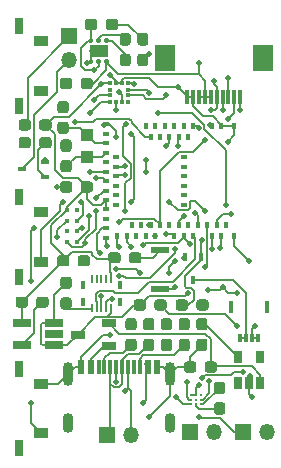
<source format=gbr>
%TF.GenerationSoftware,KiCad,Pcbnew,(5.99.0-2309-gaf729d578)*%
%TF.CreationDate,2020-09-26T21:13:39-04:00*%
%TF.ProjectId,mk2,6d6b322e-6b69-4636-9164-5f7063625858,rev?*%
%TF.SameCoordinates,Original*%
%TF.FileFunction,Copper,L1,Top*%
%TF.FilePolarity,Positive*%
%FSLAX46Y46*%
G04 Gerber Fmt 4.6, Leading zero omitted, Abs format (unit mm)*
G04 Created by KiCad (PCBNEW (5.99.0-2309-gaf729d578)) date 2020-09-26 21:13:39*
%MOMM*%
%LPD*%
G01*
G04 APERTURE LIST*
%TA.AperFunction,ComponentPad*%
%ADD10O,1.350000X1.350000*%
%TD*%
%TA.AperFunction,ComponentPad*%
%ADD11R,1.350000X1.350000*%
%TD*%
%TA.AperFunction,ComponentPad*%
%ADD12C,0.500000*%
%TD*%
%TA.AperFunction,SMDPad,CuDef*%
%ADD13R,1.600000X1.000000*%
%TD*%
%TA.AperFunction,SMDPad,CuDef*%
%ADD14R,0.300000X0.350000*%
%TD*%
%TA.AperFunction,SMDPad,CuDef*%
%ADD15R,0.350000X0.300000*%
%TD*%
%TA.AperFunction,SMDPad,CuDef*%
%ADD16R,0.300000X1.000000*%
%TD*%
%TA.AperFunction,SMDPad,CuDef*%
%ADD17R,0.300000X0.700000*%
%TD*%
%TA.AperFunction,SMDPad,CuDef*%
%ADD18R,0.450000X0.655000*%
%TD*%
%TA.AperFunction,SMDPad,CuDef*%
%ADD19R,0.230000X0.750000*%
%TD*%
%TA.AperFunction,SMDPad,CuDef*%
%ADD20R,0.420000X0.400000*%
%TD*%
%TA.AperFunction,SMDPad,CuDef*%
%ADD21C,0.229500*%
%TD*%
%TA.AperFunction,SMDPad,CuDef*%
%ADD22R,0.300000X1.300000*%
%TD*%
%TA.AperFunction,SMDPad,CuDef*%
%ADD23R,1.800000X2.200000*%
%TD*%
%TA.AperFunction,SMDPad,CuDef*%
%ADD24R,0.700000X0.450000*%
%TD*%
%TA.AperFunction,SMDPad,CuDef*%
%ADD25R,0.600000X1.160000*%
%TD*%
%TA.AperFunction,SMDPad,CuDef*%
%ADD26R,0.300000X1.160000*%
%TD*%
%TA.AperFunction,ComponentPad*%
%ADD27O,0.900000X1.700000*%
%TD*%
%TA.AperFunction,ComponentPad*%
%ADD28O,0.900000X2.000000*%
%TD*%
%TA.AperFunction,SMDPad,CuDef*%
%ADD29R,0.800000X1.450000*%
%TD*%
%TA.AperFunction,SMDPad,CuDef*%
%ADD30R,1.270000X0.900000*%
%TD*%
%TA.AperFunction,SMDPad,CuDef*%
%ADD31R,0.450000X0.700000*%
%TD*%
%TA.AperFunction,SMDPad,CuDef*%
%ADD32R,1.100000X1.050000*%
%TD*%
%TA.AperFunction,SMDPad,CuDef*%
%ADD33R,0.650000X1.060000*%
%TD*%
%TA.AperFunction,SMDPad,CuDef*%
%ADD34R,1.560000X0.650000*%
%TD*%
%TA.AperFunction,SMDPad,CuDef*%
%ADD35R,1.500000X0.550000*%
%TD*%
%TA.AperFunction,SMDPad,CuDef*%
%ADD36R,0.400000X0.600000*%
%TD*%
%TA.AperFunction,SMDPad,CuDef*%
%ADD37R,0.600000X0.400000*%
%TD*%
%TA.AperFunction,SMDPad,CuDef*%
%ADD38R,1.220000X0.650000*%
%TD*%
%TA.AperFunction,ViaPad*%
%ADD39C,0.500000*%
%TD*%
%TA.AperFunction,Conductor*%
%ADD40C,0.130000*%
%TD*%
G04 APERTURE END LIST*
D10*
%TO.P,J6,2,Pin_2*%
%TO.N,USB_DP*%
X22500000Y-48000000D03*
D11*
%TO.P,J6,1,Pin_1*%
%TO.N,USB_DN*%
X20500000Y-48000000D03*
%TD*%
D12*
%TO.P,U1,7,EP*%
%TO.N,GND*%
X20300000Y-15500000D03*
X19200000Y-15500000D03*
D13*
X19750000Y-15500000D03*
%TO.P,U1,6,ENA*%
%TO.N,VIN*%
%TA.AperFunction,SMDPad,CuDef*%
G36*
G01*
X19206250Y-14800000D02*
X18993750Y-14800000D01*
G75*
G02*
X18900000Y-14706250I0J93750D01*
G01*
X18900000Y-14518750D01*
G75*
G02*
X18993750Y-14425000I93750J0D01*
G01*
X19206250Y-14425000D01*
G75*
G02*
X19300000Y-14518750I0J-93750D01*
G01*
X19300000Y-14706250D01*
G75*
G02*
X19206250Y-14800000I-93750J0D01*
G01*
G37*
%TD.AperFunction*%
%TO.P,U1,5,CP-*%
%TO.N,Net-(C6-Pad2)*%
%TA.AperFunction,SMDPad,CuDef*%
G36*
G01*
X19856250Y-14800000D02*
X19643750Y-14800000D01*
G75*
G02*
X19550000Y-14706250I0J93750D01*
G01*
X19550000Y-14518750D01*
G75*
G02*
X19643750Y-14425000I93750J0D01*
G01*
X19856250Y-14425000D01*
G75*
G02*
X19950000Y-14518750I0J-93750D01*
G01*
X19950000Y-14706250D01*
G75*
G02*
X19856250Y-14800000I-93750J0D01*
G01*
G37*
%TD.AperFunction*%
%TO.P,U1,4,CP+*%
%TO.N,Net-(C6-Pad1)*%
%TA.AperFunction,SMDPad,CuDef*%
G36*
G01*
X20506250Y-14800000D02*
X20293750Y-14800000D01*
G75*
G02*
X20200000Y-14706250I0J93750D01*
G01*
X20200000Y-14518750D01*
G75*
G02*
X20293750Y-14425000I93750J0D01*
G01*
X20506250Y-14425000D01*
G75*
G02*
X20600000Y-14518750I0J-93750D01*
G01*
X20600000Y-14706250D01*
G75*
G02*
X20506250Y-14800000I-93750J0D01*
G01*
G37*
%TD.AperFunction*%
%TO.P,U1,3,VOUT*%
%TO.N,+5V*%
%TA.AperFunction,SMDPad,CuDef*%
G36*
G01*
X20506250Y-16575000D02*
X20293750Y-16575000D01*
G75*
G02*
X20200000Y-16481250I0J93750D01*
G01*
X20200000Y-16293750D01*
G75*
G02*
X20293750Y-16200000I93750J0D01*
G01*
X20506250Y-16200000D01*
G75*
G02*
X20600000Y-16293750I0J-93750D01*
G01*
X20600000Y-16481250D01*
G75*
G02*
X20506250Y-16575000I-93750J0D01*
G01*
G37*
%TD.AperFunction*%
%TO.P,U1,2,VIN*%
%TO.N,VIN*%
%TA.AperFunction,SMDPad,CuDef*%
G36*
G01*
X19856250Y-16575000D02*
X19643750Y-16575000D01*
G75*
G02*
X19550000Y-16481250I0J93750D01*
G01*
X19550000Y-16293750D01*
G75*
G02*
X19643750Y-16200000I93750J0D01*
G01*
X19856250Y-16200000D01*
G75*
G02*
X19950000Y-16293750I0J-93750D01*
G01*
X19950000Y-16481250D01*
G75*
G02*
X19856250Y-16575000I-93750J0D01*
G01*
G37*
%TD.AperFunction*%
%TO.P,U1,1,GND*%
%TO.N,GND*%
%TA.AperFunction,SMDPad,CuDef*%
G36*
G01*
X19206250Y-16575000D02*
X18993750Y-16575000D01*
G75*
G02*
X18900000Y-16481250I0J93750D01*
G01*
X18900000Y-16293750D01*
G75*
G02*
X18993750Y-16200000I93750J0D01*
G01*
X19206250Y-16200000D01*
G75*
G02*
X19300000Y-16293750I0J-93750D01*
G01*
X19300000Y-16481250D01*
G75*
G02*
X19206250Y-16575000I-93750J0D01*
G01*
G37*
%TD.AperFunction*%
%TD*%
D10*
%TO.P,J5,2,Pin_2*%
%TO.N,GND*%
X29500000Y-47750000D03*
D11*
%TO.P,J5,1,Pin_1*%
%TO.N,VUSB*%
X27500000Y-47750000D03*
%TD*%
%TO.P,C8,2*%
%TO.N,GND*%
%TA.AperFunction,SMDPad,CuDef*%
G36*
G01*
X17525000Y-18012500D02*
X17525000Y-18487500D01*
G75*
G02*
X17287500Y-18725000I-237500J0D01*
G01*
X16712500Y-18725000D01*
G75*
G02*
X16475000Y-18487500I0J237500D01*
G01*
X16475000Y-18012500D01*
G75*
G02*
X16712500Y-17775000I237500J0D01*
G01*
X17287500Y-17775000D01*
G75*
G02*
X17525000Y-18012500I0J-237500D01*
G01*
G37*
%TD.AperFunction*%
%TO.P,C8,1*%
%TO.N,+5V*%
%TA.AperFunction,SMDPad,CuDef*%
G36*
G01*
X19275000Y-18012500D02*
X19275000Y-18487500D01*
G75*
G02*
X19037500Y-18725000I-237500J0D01*
G01*
X18462500Y-18725000D01*
G75*
G02*
X18225000Y-18487500I0J237500D01*
G01*
X18225000Y-18012500D01*
G75*
G02*
X18462500Y-17775000I237500J0D01*
G01*
X19037500Y-17775000D01*
G75*
G02*
X19275000Y-18012500I0J-237500D01*
G01*
G37*
%TD.AperFunction*%
%TD*%
%TO.P,C6,2*%
%TO.N,Net-(C6-Pad2)*%
%TA.AperFunction,SMDPad,CuDef*%
G36*
G01*
X22237500Y-15025000D02*
X21762500Y-15025000D01*
G75*
G02*
X21525000Y-14787500I0J237500D01*
G01*
X21525000Y-14212500D01*
G75*
G02*
X21762500Y-13975000I237500J0D01*
G01*
X22237500Y-13975000D01*
G75*
G02*
X22475000Y-14212500I0J-237500D01*
G01*
X22475000Y-14787500D01*
G75*
G02*
X22237500Y-15025000I-237500J0D01*
G01*
G37*
%TD.AperFunction*%
%TO.P,C6,1*%
%TO.N,Net-(C6-Pad1)*%
%TA.AperFunction,SMDPad,CuDef*%
G36*
G01*
X22237500Y-16775000D02*
X21762500Y-16775000D01*
G75*
G02*
X21525000Y-16537500I0J237500D01*
G01*
X21525000Y-15962500D01*
G75*
G02*
X21762500Y-15725000I237500J0D01*
G01*
X22237500Y-15725000D01*
G75*
G02*
X22475000Y-15962500I0J-237500D01*
G01*
X22475000Y-16537500D01*
G75*
G02*
X22237500Y-16775000I-237500J0D01*
G01*
G37*
%TD.AperFunction*%
%TD*%
%TO.P,C5,2*%
%TO.N,VIN*%
%TA.AperFunction,SMDPad,CuDef*%
G36*
G01*
X19650000Y-13012500D02*
X19650000Y-13487500D01*
G75*
G02*
X19412500Y-13725000I-237500J0D01*
G01*
X18837500Y-13725000D01*
G75*
G02*
X18600000Y-13487500I0J237500D01*
G01*
X18600000Y-13012500D01*
G75*
G02*
X18837500Y-12775000I237500J0D01*
G01*
X19412500Y-12775000D01*
G75*
G02*
X19650000Y-13012500I0J-237500D01*
G01*
G37*
%TD.AperFunction*%
%TO.P,C5,1*%
%TO.N,GND*%
%TA.AperFunction,SMDPad,CuDef*%
G36*
G01*
X21400000Y-13012500D02*
X21400000Y-13487500D01*
G75*
G02*
X21162500Y-13725000I-237500J0D01*
G01*
X20587500Y-13725000D01*
G75*
G02*
X20350000Y-13487500I0J237500D01*
G01*
X20350000Y-13012500D01*
G75*
G02*
X20587500Y-12775000I237500J0D01*
G01*
X21162500Y-12775000D01*
G75*
G02*
X21400000Y-13012500I0J-237500D01*
G01*
G37*
%TD.AperFunction*%
%TD*%
D10*
%TO.P,J3,2,Pin_2*%
%TO.N,Net-(J3-Pad2)*%
X17250000Y-16250000D03*
D11*
%TO.P,J3,1,Pin_1*%
%TO.N,Net-(J3-Pad1)*%
X17250000Y-14250000D03*
%TD*%
D10*
%TO.P,BT1,2,-*%
%TO.N,GND*%
X34000000Y-47750000D03*
D11*
%TO.P,BT1,1,+*%
%TO.N,+BATT*%
X32000000Y-47750000D03*
%TD*%
D14*
%TO.P,U4,8,GNDIO*%
%TO.N,GND*%
X21750000Y-18225000D03*
%TO.P,U4,9,GND*%
X21250000Y-18225000D03*
%TO.P,U4,3,VDDIO*%
%TO.N,VCC*%
X21750000Y-19775000D03*
%TO.P,U4,2,SDX*%
%TO.N,SDA*%
X21250000Y-19775000D03*
%TO.P,U4,7,VDD*%
%TO.N,VCC*%
X22250000Y-18225000D03*
%TO.P,U4,4*%
%TO.N,N/C*%
X22250000Y-19775000D03*
D15*
%TO.P,U4,6,INT2*%
%TO.N,ACCELINT2*%
X22275000Y-18750000D03*
%TO.P,U4,5,INT1*%
%TO.N,ACCELINT1*%
X22275000Y-19250000D03*
D14*
%TO.P,U4,10,~CSB~*%
%TO.N,VCC*%
X20750000Y-18225000D03*
%TO.P,U4,1,SDO*%
%TO.N,GND*%
X20750000Y-19775000D03*
D15*
%TO.P,U4,11*%
%TO.N,N/C*%
X20725000Y-18750000D03*
%TO.P,U4,12,SCX*%
%TO.N,SCL*%
X20725000Y-19250000D03*
%TD*%
D16*
%TO.P,J4,S2,SHIELD__1*%
%TO.N,N/C*%
X30960000Y-37175000D03*
%TO.P,J4,S1,SHIELD*%
X34040000Y-37175000D03*
D17*
%TO.P,J4,4,4*%
%TO.N,Net-(J4-Pad3)*%
X31750000Y-39825000D03*
%TO.P,J4,3,3*%
X32250000Y-39825000D03*
%TO.P,J4,2,2*%
%TO.N,Net-(J4-Pad1)*%
X32750000Y-39825000D03*
%TO.P,J4,1,1*%
X33250000Y-39825000D03*
%TD*%
%TO.P,R16,2*%
%TO.N,Net-(J3-Pad1)*%
%TA.AperFunction,SMDPad,CuDef*%
G36*
G01*
X14025000Y-21512500D02*
X14025000Y-21987500D01*
G75*
G02*
X13787500Y-22225000I-237500J0D01*
G01*
X13212500Y-22225000D01*
G75*
G02*
X12975000Y-21987500I0J237500D01*
G01*
X12975000Y-21512500D01*
G75*
G02*
X13212500Y-21275000I237500J0D01*
G01*
X13787500Y-21275000D01*
G75*
G02*
X14025000Y-21512500I0J-237500D01*
G01*
G37*
%TD.AperFunction*%
%TO.P,R16,1*%
%TO.N,VCC*%
%TA.AperFunction,SMDPad,CuDef*%
G36*
G01*
X15775000Y-21512500D02*
X15775000Y-21987500D01*
G75*
G02*
X15537500Y-22225000I-237500J0D01*
G01*
X14962500Y-22225000D01*
G75*
G02*
X14725000Y-21987500I0J237500D01*
G01*
X14725000Y-21512500D01*
G75*
G02*
X14962500Y-21275000I237500J0D01*
G01*
X15537500Y-21275000D01*
G75*
G02*
X15775000Y-21512500I0J-237500D01*
G01*
G37*
%TD.AperFunction*%
%TD*%
%TO.P,R15,2*%
%TO.N,GND*%
%TA.AperFunction,SMDPad,CuDef*%
G36*
G01*
X14025000Y-23012500D02*
X14025000Y-23487500D01*
G75*
G02*
X13787500Y-23725000I-237500J0D01*
G01*
X13212500Y-23725000D01*
G75*
G02*
X12975000Y-23487500I0J237500D01*
G01*
X12975000Y-23012500D01*
G75*
G02*
X13212500Y-22775000I237500J0D01*
G01*
X13787500Y-22775000D01*
G75*
G02*
X14025000Y-23012500I0J-237500D01*
G01*
G37*
%TD.AperFunction*%
%TO.P,R15,1*%
%TO.N,BUZZER*%
%TA.AperFunction,SMDPad,CuDef*%
G36*
G01*
X15775000Y-23012500D02*
X15775000Y-23487500D01*
G75*
G02*
X15537500Y-23725000I-237500J0D01*
G01*
X14962500Y-23725000D01*
G75*
G02*
X14725000Y-23487500I0J237500D01*
G01*
X14725000Y-23012500D01*
G75*
G02*
X14962500Y-22775000I237500J0D01*
G01*
X15537500Y-22775000D01*
G75*
G02*
X15775000Y-23012500I0J-237500D01*
G01*
G37*
%TD.AperFunction*%
%TD*%
%TO.P,R14,2*%
%TO.N,Net-(J4-Pad1)*%
%TA.AperFunction,SMDPad,CuDef*%
G36*
G01*
X24475000Y-37237500D02*
X24475000Y-36762500D01*
G75*
G02*
X24712500Y-36525000I237500J0D01*
G01*
X25287500Y-36525000D01*
G75*
G02*
X25525000Y-36762500I0J-237500D01*
G01*
X25525000Y-37237500D01*
G75*
G02*
X25287500Y-37475000I-237500J0D01*
G01*
X24712500Y-37475000D01*
G75*
G02*
X24475000Y-37237500I0J237500D01*
G01*
G37*
%TD.AperFunction*%
%TO.P,R14,1*%
%TO.N,VIN*%
%TA.AperFunction,SMDPad,CuDef*%
G36*
G01*
X22725000Y-37237500D02*
X22725000Y-36762500D01*
G75*
G02*
X22962500Y-36525000I237500J0D01*
G01*
X23537500Y-36525000D01*
G75*
G02*
X23775000Y-36762500I0J-237500D01*
G01*
X23775000Y-37237500D01*
G75*
G02*
X23537500Y-37475000I-237500J0D01*
G01*
X22962500Y-37475000D01*
G75*
G02*
X22725000Y-37237500I0J237500D01*
G01*
G37*
%TD.AperFunction*%
%TD*%
%TO.P,R13,2*%
%TO.N,GND*%
%TA.AperFunction,SMDPad,CuDef*%
G36*
G01*
X28026000Y-37237500D02*
X28026000Y-36762500D01*
G75*
G02*
X28263500Y-36525000I237500J0D01*
G01*
X28838500Y-36525000D01*
G75*
G02*
X29076000Y-36762500I0J-237500D01*
G01*
X29076000Y-37237500D01*
G75*
G02*
X28838500Y-37475000I-237500J0D01*
G01*
X28263500Y-37475000D01*
G75*
G02*
X28026000Y-37237500I0J237500D01*
G01*
G37*
%TD.AperFunction*%
%TO.P,R13,1*%
%TO.N,BACKLIGHT*%
%TA.AperFunction,SMDPad,CuDef*%
G36*
G01*
X26276000Y-37237500D02*
X26276000Y-36762500D01*
G75*
G02*
X26513500Y-36525000I237500J0D01*
G01*
X27088500Y-36525000D01*
G75*
G02*
X27326000Y-36762500I0J-237500D01*
G01*
X27326000Y-37237500D01*
G75*
G02*
X27088500Y-37475000I-237500J0D01*
G01*
X26513500Y-37475000D01*
G75*
G02*
X26276000Y-37237500I0J237500D01*
G01*
G37*
%TD.AperFunction*%
%TD*%
%TO.P,R12,2*%
%TO.N,GND*%
%TA.AperFunction,SMDPad,CuDef*%
G36*
G01*
X27237500Y-39150000D02*
X26762500Y-39150000D01*
G75*
G02*
X26525000Y-38912500I0J237500D01*
G01*
X26525000Y-38337500D01*
G75*
G02*
X26762500Y-38100000I237500J0D01*
G01*
X27237500Y-38100000D01*
G75*
G02*
X27475000Y-38337500I0J-237500D01*
G01*
X27475000Y-38912500D01*
G75*
G02*
X27237500Y-39150000I-237500J0D01*
G01*
G37*
%TD.AperFunction*%
%TO.P,R12,1*%
%TO.N,Net-(J2-PadB5)*%
%TA.AperFunction,SMDPad,CuDef*%
G36*
G01*
X27237500Y-40900000D02*
X26762500Y-40900000D01*
G75*
G02*
X26525000Y-40662500I0J237500D01*
G01*
X26525000Y-40087500D01*
G75*
G02*
X26762500Y-39850000I237500J0D01*
G01*
X27237500Y-39850000D01*
G75*
G02*
X27475000Y-40087500I0J-237500D01*
G01*
X27475000Y-40662500D01*
G75*
G02*
X27237500Y-40900000I-237500J0D01*
G01*
G37*
%TD.AperFunction*%
%TD*%
%TO.P,R11,2*%
%TO.N,GND*%
%TA.AperFunction,SMDPad,CuDef*%
G36*
G01*
X22737500Y-39150000D02*
X22262500Y-39150000D01*
G75*
G02*
X22025000Y-38912500I0J237500D01*
G01*
X22025000Y-38337500D01*
G75*
G02*
X22262500Y-38100000I237500J0D01*
G01*
X22737500Y-38100000D01*
G75*
G02*
X22975000Y-38337500I0J-237500D01*
G01*
X22975000Y-38912500D01*
G75*
G02*
X22737500Y-39150000I-237500J0D01*
G01*
G37*
%TD.AperFunction*%
%TO.P,R11,1*%
%TO.N,Net-(J2-PadA5)*%
%TA.AperFunction,SMDPad,CuDef*%
G36*
G01*
X22737500Y-40900000D02*
X22262500Y-40900000D01*
G75*
G02*
X22025000Y-40662500I0J237500D01*
G01*
X22025000Y-40087500D01*
G75*
G02*
X22262500Y-39850000I237500J0D01*
G01*
X22737500Y-39850000D01*
G75*
G02*
X22975000Y-40087500I0J-237500D01*
G01*
X22975000Y-40662500D01*
G75*
G02*
X22737500Y-40900000I-237500J0D01*
G01*
G37*
%TD.AperFunction*%
%TD*%
%TO.P,R9,2*%
%TO.N,GND*%
%TA.AperFunction,SMDPad,CuDef*%
G36*
G01*
X28262500Y-39850000D02*
X28737500Y-39850000D01*
G75*
G02*
X28975000Y-40087500I0J-237500D01*
G01*
X28975000Y-40662500D01*
G75*
G02*
X28737500Y-40900000I-237500J0D01*
G01*
X28262500Y-40900000D01*
G75*
G02*
X28025000Y-40662500I0J237500D01*
G01*
X28025000Y-40087500D01*
G75*
G02*
X28262500Y-39850000I237500J0D01*
G01*
G37*
%TD.AperFunction*%
%TO.P,R9,1*%
%TO.N,Net-(R9-Pad1)*%
%TA.AperFunction,SMDPad,CuDef*%
G36*
G01*
X28262500Y-38100000D02*
X28737500Y-38100000D01*
G75*
G02*
X28975000Y-38337500I0J-237500D01*
G01*
X28975000Y-38912500D01*
G75*
G02*
X28737500Y-39150000I-237500J0D01*
G01*
X28262500Y-39150000D01*
G75*
G02*
X28025000Y-38912500I0J237500D01*
G01*
X28025000Y-38337500D01*
G75*
G02*
X28262500Y-38100000I237500J0D01*
G01*
G37*
%TD.AperFunction*%
%TD*%
%TO.P,R6,2*%
%TO.N,RST*%
%TA.AperFunction,SMDPad,CuDef*%
G36*
G01*
X22319000Y-33237500D02*
X22319000Y-32762500D01*
G75*
G02*
X22556500Y-32525000I237500J0D01*
G01*
X23131500Y-32525000D01*
G75*
G02*
X23369000Y-32762500I0J-237500D01*
G01*
X23369000Y-33237500D01*
G75*
G02*
X23131500Y-33475000I-237500J0D01*
G01*
X22556500Y-33475000D01*
G75*
G02*
X22319000Y-33237500I0J237500D01*
G01*
G37*
%TD.AperFunction*%
%TO.P,R6,1*%
%TO.N,VCC*%
%TA.AperFunction,SMDPad,CuDef*%
G36*
G01*
X20569000Y-33237500D02*
X20569000Y-32762500D01*
G75*
G02*
X20806500Y-32525000I237500J0D01*
G01*
X21381500Y-32525000D01*
G75*
G02*
X21619000Y-32762500I0J-237500D01*
G01*
X21619000Y-33237500D01*
G75*
G02*
X21381500Y-33475000I-237500J0D01*
G01*
X20806500Y-33475000D01*
G75*
G02*
X20569000Y-33237500I0J237500D01*
G01*
G37*
%TD.AperFunction*%
%TD*%
%TO.P,R4,2*%
%TO.N,USB_DP*%
%TA.AperFunction,SMDPad,CuDef*%
G36*
G01*
X25262500Y-39850000D02*
X25737500Y-39850000D01*
G75*
G02*
X25975000Y-40087500I0J-237500D01*
G01*
X25975000Y-40662500D01*
G75*
G02*
X25737500Y-40900000I-237500J0D01*
G01*
X25262500Y-40900000D01*
G75*
G02*
X25025000Y-40662500I0J237500D01*
G01*
X25025000Y-40087500D01*
G75*
G02*
X25262500Y-39850000I237500J0D01*
G01*
G37*
%TD.AperFunction*%
%TO.P,R4,1*%
%TO.N,Net-(IC1-Pad35)*%
%TA.AperFunction,SMDPad,CuDef*%
G36*
G01*
X25262500Y-38100000D02*
X25737500Y-38100000D01*
G75*
G02*
X25975000Y-38337500I0J-237500D01*
G01*
X25975000Y-38912500D01*
G75*
G02*
X25737500Y-39150000I-237500J0D01*
G01*
X25262500Y-39150000D01*
G75*
G02*
X25025000Y-38912500I0J237500D01*
G01*
X25025000Y-38337500D01*
G75*
G02*
X25262500Y-38100000I237500J0D01*
G01*
G37*
%TD.AperFunction*%
%TD*%
%TO.P,R3,2*%
%TO.N,USB_DN*%
%TA.AperFunction,SMDPad,CuDef*%
G36*
G01*
X23762500Y-39850000D02*
X24237500Y-39850000D01*
G75*
G02*
X24475000Y-40087500I0J-237500D01*
G01*
X24475000Y-40662500D01*
G75*
G02*
X24237500Y-40900000I-237500J0D01*
G01*
X23762500Y-40900000D01*
G75*
G02*
X23525000Y-40662500I0J237500D01*
G01*
X23525000Y-40087500D01*
G75*
G02*
X23762500Y-39850000I237500J0D01*
G01*
G37*
%TD.AperFunction*%
%TO.P,R3,1*%
%TO.N,Net-(IC1-Pad34)*%
%TA.AperFunction,SMDPad,CuDef*%
G36*
G01*
X23762500Y-38100000D02*
X24237500Y-38100000D01*
G75*
G02*
X24475000Y-38337500I0J-237500D01*
G01*
X24475000Y-38912500D01*
G75*
G02*
X24237500Y-39150000I-237500J0D01*
G01*
X23762500Y-39150000D01*
G75*
G02*
X23525000Y-38912500I0J237500D01*
G01*
X23525000Y-38337500D01*
G75*
G02*
X23762500Y-38100000I237500J0D01*
G01*
G37*
%TD.AperFunction*%
%TD*%
%TO.P,C20,2*%
%TO.N,GND*%
%TA.AperFunction,SMDPad,CuDef*%
G36*
G01*
X28025000Y-42012500D02*
X28025000Y-42487500D01*
G75*
G02*
X27787500Y-42725000I-237500J0D01*
G01*
X27212500Y-42725000D01*
G75*
G02*
X26975000Y-42487500I0J237500D01*
G01*
X26975000Y-42012500D01*
G75*
G02*
X27212500Y-41775000I237500J0D01*
G01*
X27787500Y-41775000D01*
G75*
G02*
X28025000Y-42012500I0J-237500D01*
G01*
G37*
%TD.AperFunction*%
%TO.P,C20,1*%
%TO.N,BATTPOW*%
%TA.AperFunction,SMDPad,CuDef*%
G36*
G01*
X29775000Y-42012500D02*
X29775000Y-42487500D01*
G75*
G02*
X29537500Y-42725000I-237500J0D01*
G01*
X28962500Y-42725000D01*
G75*
G02*
X28725000Y-42487500I0J237500D01*
G01*
X28725000Y-42012500D01*
G75*
G02*
X28962500Y-41775000I237500J0D01*
G01*
X29537500Y-41775000D01*
G75*
G02*
X29775000Y-42012500I0J-237500D01*
G01*
G37*
%TD.AperFunction*%
%TD*%
%TO.P,C10,2*%
%TO.N,GND*%
%TA.AperFunction,SMDPad,CuDef*%
G36*
G01*
X30237500Y-44525000D02*
X29762500Y-44525000D01*
G75*
G02*
X29525000Y-44287500I0J237500D01*
G01*
X29525000Y-43712500D01*
G75*
G02*
X29762500Y-43475000I237500J0D01*
G01*
X30237500Y-43475000D01*
G75*
G02*
X30475000Y-43712500I0J-237500D01*
G01*
X30475000Y-44287500D01*
G75*
G02*
X30237500Y-44525000I-237500J0D01*
G01*
G37*
%TD.AperFunction*%
%TO.P,C10,1*%
%TO.N,Net-(C10-Pad1)*%
%TA.AperFunction,SMDPad,CuDef*%
G36*
G01*
X30237500Y-46275000D02*
X29762500Y-46275000D01*
G75*
G02*
X29525000Y-46037500I0J237500D01*
G01*
X29525000Y-45462500D01*
G75*
G02*
X29762500Y-45225000I237500J0D01*
G01*
X30237500Y-45225000D01*
G75*
G02*
X30475000Y-45462500I0J-237500D01*
G01*
X30475000Y-46037500D01*
G75*
G02*
X30237500Y-46275000I-237500J0D01*
G01*
G37*
%TD.AperFunction*%
%TD*%
%TO.P,C9,2*%
%TO.N,GND*%
%TA.AperFunction,SMDPad,CuDef*%
G36*
G01*
X23737500Y-15025000D02*
X23262500Y-15025000D01*
G75*
G02*
X23025000Y-14787500I0J237500D01*
G01*
X23025000Y-14212500D01*
G75*
G02*
X23262500Y-13975000I237500J0D01*
G01*
X23737500Y-13975000D01*
G75*
G02*
X23975000Y-14212500I0J-237500D01*
G01*
X23975000Y-14787500D01*
G75*
G02*
X23737500Y-15025000I-237500J0D01*
G01*
G37*
%TD.AperFunction*%
%TO.P,C9,1*%
%TO.N,LCD_DISP*%
%TA.AperFunction,SMDPad,CuDef*%
G36*
G01*
X23737500Y-16775000D02*
X23262500Y-16775000D01*
G75*
G02*
X23025000Y-16537500I0J237500D01*
G01*
X23025000Y-15962500D01*
G75*
G02*
X23262500Y-15725000I237500J0D01*
G01*
X23737500Y-15725000D01*
G75*
G02*
X23975000Y-15962500I0J-237500D01*
G01*
X23975000Y-16537500D01*
G75*
G02*
X23737500Y-16775000I-237500J0D01*
G01*
G37*
%TD.AperFunction*%
%TD*%
%TO.P,C7,2*%
%TO.N,GND*%
%TA.AperFunction,SMDPad,CuDef*%
G36*
G01*
X17975000Y-33487500D02*
X17975000Y-33012500D01*
G75*
G02*
X18212500Y-32775000I237500J0D01*
G01*
X18787500Y-32775000D01*
G75*
G02*
X19025000Y-33012500I0J-237500D01*
G01*
X19025000Y-33487500D01*
G75*
G02*
X18787500Y-33725000I-237500J0D01*
G01*
X18212500Y-33725000D01*
G75*
G02*
X17975000Y-33487500I0J237500D01*
G01*
G37*
%TD.AperFunction*%
%TO.P,C7,1*%
%TO.N,VCC*%
%TA.AperFunction,SMDPad,CuDef*%
G36*
G01*
X16225000Y-33487500D02*
X16225000Y-33012500D01*
G75*
G02*
X16462500Y-32775000I237500J0D01*
G01*
X17037500Y-32775000D01*
G75*
G02*
X17275000Y-33012500I0J-237500D01*
G01*
X17275000Y-33487500D01*
G75*
G02*
X17037500Y-33725000I-237500J0D01*
G01*
X16462500Y-33725000D01*
G75*
G02*
X16225000Y-33487500I0J237500D01*
G01*
G37*
%TD.AperFunction*%
%TD*%
%TO.P,C4,2*%
%TO.N,GND*%
%TA.AperFunction,SMDPad,CuDef*%
G36*
G01*
X16762500Y-36350000D02*
X17237500Y-36350000D01*
G75*
G02*
X17475000Y-36587500I0J-237500D01*
G01*
X17475000Y-37162500D01*
G75*
G02*
X17237500Y-37400000I-237500J0D01*
G01*
X16762500Y-37400000D01*
G75*
G02*
X16525000Y-37162500I0J237500D01*
G01*
X16525000Y-36587500D01*
G75*
G02*
X16762500Y-36350000I237500J0D01*
G01*
G37*
%TD.AperFunction*%
%TO.P,C4,1*%
%TO.N,VIN*%
%TA.AperFunction,SMDPad,CuDef*%
G36*
G01*
X16762500Y-34600000D02*
X17237500Y-34600000D01*
G75*
G02*
X17475000Y-34837500I0J-237500D01*
G01*
X17475000Y-35412500D01*
G75*
G02*
X17237500Y-35650000I-237500J0D01*
G01*
X16762500Y-35650000D01*
G75*
G02*
X16525000Y-35412500I0J237500D01*
G01*
X16525000Y-34837500D01*
G75*
G02*
X16762500Y-34600000I237500J0D01*
G01*
G37*
%TD.AperFunction*%
%TD*%
%TO.P,C3,2*%
%TO.N,GND*%
%TA.AperFunction,SMDPad,CuDef*%
G36*
G01*
X17525000Y-26762500D02*
X17525000Y-27237500D01*
G75*
G02*
X17287500Y-27475000I-237500J0D01*
G01*
X16712500Y-27475000D01*
G75*
G02*
X16475000Y-27237500I0J237500D01*
G01*
X16475000Y-26762500D01*
G75*
G02*
X16712500Y-26525000I237500J0D01*
G01*
X17287500Y-26525000D01*
G75*
G02*
X17525000Y-26762500I0J-237500D01*
G01*
G37*
%TD.AperFunction*%
%TO.P,C3,1*%
%TO.N,VCC*%
%TA.AperFunction,SMDPad,CuDef*%
G36*
G01*
X19275000Y-26762500D02*
X19275000Y-27237500D01*
G75*
G02*
X19037500Y-27475000I-237500J0D01*
G01*
X18462500Y-27475000D01*
G75*
G02*
X18225000Y-27237500I0J237500D01*
G01*
X18225000Y-26762500D01*
G75*
G02*
X18462500Y-26525000I237500J0D01*
G01*
X19037500Y-26525000D01*
G75*
G02*
X19275000Y-26762500I0J-237500D01*
G01*
G37*
%TD.AperFunction*%
%TD*%
%TO.P,C2,2*%
%TO.N,/XL2*%
%TA.AperFunction,SMDPad,CuDef*%
G36*
G01*
X16762500Y-24725000D02*
X17237500Y-24725000D01*
G75*
G02*
X17475000Y-24962500I0J-237500D01*
G01*
X17475000Y-25537500D01*
G75*
G02*
X17237500Y-25775000I-237500J0D01*
G01*
X16762500Y-25775000D01*
G75*
G02*
X16525000Y-25537500I0J237500D01*
G01*
X16525000Y-24962500D01*
G75*
G02*
X16762500Y-24725000I237500J0D01*
G01*
G37*
%TD.AperFunction*%
%TO.P,C2,1*%
%TO.N,GND*%
%TA.AperFunction,SMDPad,CuDef*%
G36*
G01*
X16762500Y-22975000D02*
X17237500Y-22975000D01*
G75*
G02*
X17475000Y-23212500I0J-237500D01*
G01*
X17475000Y-23787500D01*
G75*
G02*
X17237500Y-24025000I-237500J0D01*
G01*
X16762500Y-24025000D01*
G75*
G02*
X16525000Y-23787500I0J237500D01*
G01*
X16525000Y-23212500D01*
G75*
G02*
X16762500Y-22975000I237500J0D01*
G01*
G37*
%TD.AperFunction*%
%TD*%
%TO.P,C1,2*%
%TO.N,/XL1*%
%TA.AperFunction,SMDPad,CuDef*%
G36*
G01*
X16512500Y-21475000D02*
X16987500Y-21475000D01*
G75*
G02*
X17225000Y-21712500I0J-237500D01*
G01*
X17225000Y-22287500D01*
G75*
G02*
X16987500Y-22525000I-237500J0D01*
G01*
X16512500Y-22525000D01*
G75*
G02*
X16275000Y-22287500I0J237500D01*
G01*
X16275000Y-21712500D01*
G75*
G02*
X16512500Y-21475000I237500J0D01*
G01*
G37*
%TD.AperFunction*%
%TO.P,C1,1*%
%TO.N,GND*%
%TA.AperFunction,SMDPad,CuDef*%
G36*
G01*
X16512500Y-19725000D02*
X16987500Y-19725000D01*
G75*
G02*
X17225000Y-19962500I0J-237500D01*
G01*
X17225000Y-20537500D01*
G75*
G02*
X16987500Y-20775000I-237500J0D01*
G01*
X16512500Y-20775000D01*
G75*
G02*
X16275000Y-20537500I0J237500D01*
G01*
X16275000Y-19962500D01*
G75*
G02*
X16512500Y-19725000I237500J0D01*
G01*
G37*
%TD.AperFunction*%
%TD*%
D18*
%TO.P,P1,P2*%
%TO.N,N/C*%
X18400000Y-36702500D03*
%TO.P,P1,P4*%
X18400000Y-35297500D03*
%TO.P,P1,P3*%
X21600000Y-35297500D03*
%TO.P,P1,P1*%
X21600000Y-36702500D03*
D19*
%TO.P,P1,9,9*%
%TO.N,GND*%
X19200000Y-37225000D03*
%TO.P,P1,1,1*%
%TO.N,VIN*%
X20800000Y-37225000D03*
%TO.P,P1,7,7*%
%TO.N,BUTTON4*%
X19600000Y-37225000D03*
%TO.P,P1,3,3*%
%TO.N,FLASHLIGHT*%
X20400000Y-37225000D03*
%TO.P,P1,5,5*%
%TO.N,BUTTON2*%
X20000000Y-37225000D03*
%TO.P,P1,10,10*%
%TO.N,N/C*%
X19200000Y-34775000D03*
%TO.P,P1,2,2*%
%TO.N,VCC*%
X20800000Y-34775000D03*
%TO.P,P1,8,8*%
%TO.N,N/C*%
X19600000Y-34775000D03*
%TO.P,P1,4,4*%
X20400000Y-34775000D03*
%TO.P,P1,6,6*%
X20000000Y-34775000D03*
%TD*%
D20*
%TO.P,IC2,4*%
%TO.N,N/C*%
X17950000Y-28950000D03*
%TO.P,IC2,3,VSS*%
%TO.N,GND*%
X17950000Y-29850000D03*
%TO.P,IC2,2,SQW*%
%TO.N,SQW*%
X17950000Y-30750000D03*
%TO.P,IC2,1,SDA*%
%TO.N,SDA*%
X17950000Y-31650000D03*
%TO.P,IC2,5,VCC*%
%TO.N,VCC*%
X17050000Y-28950000D03*
%TO.P,IC2,6,~IRQ/OUT~*%
%TO.N,RTCIRQ*%
X17050000Y-29850000D03*
%TO.P,IC2,7*%
%TO.N,N/C*%
X17050000Y-30750000D03*
%TO.P,IC2,8,SCL*%
%TO.N,SCL*%
X17050000Y-31650000D03*
%TD*%
D21*
%TO.P,U6,C3,GND*%
%TO.N,GND*%
X28400000Y-45400000D03*
%TO.P,U6,C2,REG*%
%TO.N,Net-(C10-Pad1)*%
X28000000Y-45400000D03*
%TO.P,U6,C1,SDA*%
%TO.N,SDA*%
X27600000Y-45400000D03*
%TO.P,U6,B3,SYS*%
%TO.N,BATTPOW*%
X28400000Y-45000000D03*
%TO.P,U6,B2,~ALRT~*%
%TO.N,N/C*%
X28000000Y-45000000D03*
%TO.P,U6,B1,SCL*%
%TO.N,SCL*%
X27600000Y-45000000D03*
%TO.P,U6,A3,NC*%
%TO.N,N/C*%
X28400000Y-44600000D03*
%TO.P,U6,A2,BATT*%
%TO.N,+BATT*%
X28000000Y-44600000D03*
%TO.P,U6,A1,TH*%
X27600000Y-44600000D03*
%TD*%
D22*
%TO.P,J1,10,Pin_10*%
%TO.N,GND*%
X27250000Y-19350000D03*
%TO.P,J1,9,Pin_9*%
X27750000Y-19350000D03*
%TO.P,J1,8,Pin_8*%
%TO.N,+5V*%
X28250000Y-19350000D03*
%TO.P,J1,7,Pin_7*%
X28750000Y-19350000D03*
%TO.P,J1,6,Pin_6*%
X29250000Y-19350000D03*
%TO.P,J1,5,Pin_5*%
%TO.N,LCD_DISP*%
X29750000Y-19350000D03*
%TO.P,J1,4,Pin_4*%
%TO.N,SQW*%
X30250000Y-19350000D03*
%TO.P,J1,3,Pin_3*%
%TO.N,LCD_CS*%
X30750000Y-19350000D03*
%TO.P,J1,2,Pin_2*%
%TO.N,SPI_MOSI*%
X31250000Y-19350000D03*
%TO.P,J1,1,Pin_1*%
%TO.N,SPI_CLK*%
X31750000Y-19350000D03*
D23*
%TO.P,J1,MP*%
%TO.N,N/C*%
X33650000Y-16100000D03*
X25350000Y-16100000D03*
%TD*%
D24*
%TO.P,Q4,3,D*%
%TO.N,Net-(J3-Pad2)*%
X13250000Y-25500000D03*
%TO.P,Q4,2,S*%
%TO.N,GND*%
X15250000Y-24850000D03*
%TO.P,Q4,1,G*%
%TO.N,BUZZER*%
X15250000Y-26150000D03*
%TD*%
D25*
%TO.P,J2,A12,GND*%
%TO.N,GND*%
X24700000Y-42240000D03*
%TO.P,J2,A9,VBUS*%
%TO.N,VUSB*%
X23900000Y-42240000D03*
%TO.P,J2,A1,GND*%
%TO.N,GND*%
X18300000Y-42240000D03*
%TO.P,J2,A4,VBUS*%
%TO.N,VUSB*%
X19100000Y-42240000D03*
D26*
%TO.P,J2,B5,CC2*%
%TO.N,Net-(J2-PadB5)*%
X23250000Y-42240000D03*
%TO.P,J2,B6,D+*%
%TO.N,USB_DP*%
X22250000Y-42240000D03*
%TO.P,J2,A8,SBU1*%
%TO.N,N/C*%
X22750000Y-42240000D03*
%TO.P,J2,A5,CC1*%
%TO.N,Net-(J2-PadA5)*%
X20250000Y-42240000D03*
%TO.P,J2,B8,SBU2*%
%TO.N,N/C*%
X19750000Y-42240000D03*
%TO.P,J2,A7,D-*%
%TO.N,USB_DN*%
X21750000Y-42240000D03*
%TO.P,J2,A6,D+*%
%TO.N,USB_DP*%
X21250000Y-42240000D03*
%TO.P,J2,B7,D-*%
%TO.N,USB_DN*%
X20750000Y-42240000D03*
D27*
%TO.P,J2,S1,SHIELD*%
%TO.N,GND*%
X25820000Y-46990000D03*
X17180000Y-46990000D03*
D28*
X25820000Y-42820000D03*
X17180000Y-42820000D03*
%TD*%
D29*
%TO.P,SW4,4*%
%TO.N,N/C*%
X13000000Y-49125000D03*
%TO.P,SW4,3*%
X13000000Y-42375000D03*
D30*
%TO.P,SW4,2,2*%
%TO.N,BUTTON3*%
X14885000Y-47850000D03*
%TO.P,SW4,1,1*%
%TO.N,GND*%
X14885000Y-43650000D03*
%TD*%
D29*
%TO.P,SW2,4*%
%TO.N,N/C*%
X13000000Y-20125000D03*
%TO.P,SW2,3*%
X13000000Y-13375000D03*
D30*
%TO.P,SW2,2,2*%
%TO.N,BUTTON1*%
X14885000Y-18850000D03*
%TO.P,SW2,1,1*%
%TO.N,GND*%
X14885000Y-14650000D03*
%TD*%
D29*
%TO.P,SW1,4*%
%TO.N,N/C*%
X13000000Y-34625000D03*
%TO.P,SW1,3*%
X13000000Y-27875000D03*
D30*
%TO.P,SW1,2,2*%
%TO.N,BUTTON5*%
X14885000Y-33350000D03*
%TO.P,SW1,1,1*%
%TO.N,GND*%
X14885000Y-29150000D03*
%TD*%
D31*
%TO.P,Q3,3,D*%
%TO.N,Net-(J4-Pad3)*%
X27750000Y-34909000D03*
%TO.P,Q3,2,S*%
%TO.N,GND*%
X27100000Y-32909000D03*
%TO.P,Q3,1,G*%
%TO.N,BACKLIGHT*%
X28400000Y-32909000D03*
%TD*%
D32*
%TO.P,Y1,2,2*%
%TO.N,/XL1*%
X18750000Y-22575000D03*
%TO.P,Y1,1,1*%
%TO.N,/XL2*%
X18750000Y-24425000D03*
%TD*%
D33*
%TO.P,U3,5,PROG*%
%TO.N,Net-(R9-Pad1)*%
X31550000Y-41400000D03*
%TO.P,U3,4,VDD*%
%TO.N,VUSB*%
X33450000Y-41400000D03*
%TO.P,U3,3,VBAT*%
%TO.N,BATTPOW*%
X33450000Y-43600000D03*
%TO.P,U3,2,VSS*%
%TO.N,GND*%
X32500000Y-43600000D03*
%TO.P,U3,1,STAT*%
%TO.N,CHGNG*%
X31550000Y-43600000D03*
%TD*%
D34*
%TO.P,U2,5,SW*%
%TO.N,Net-(L1-Pad1)*%
X13250000Y-40400000D03*
%TO.P,U2,4,FB*%
%TO.N,VCC*%
X13250000Y-38500000D03*
%TO.P,U2,3,EN*%
%TO.N,VIN*%
X15950000Y-38500000D03*
%TO.P,U2,2,GND*%
%TO.N,GND*%
X15950000Y-39450000D03*
%TO.P,U2,1,VIN*%
%TO.N,VIN*%
X15950000Y-40400000D03*
%TD*%
D35*
%TO.P,SW_RESET1,2,2*%
%TO.N,GND*%
X24956000Y-35625000D03*
%TO.P,SW_RESET1,1,1*%
%TO.N,RST*%
X24956000Y-32375000D03*
%TD*%
%TO.P,L1,2,2*%
%TO.N,VCC*%
%TA.AperFunction,SMDPad,CuDef*%
G36*
G01*
X13775000Y-36512500D02*
X13775000Y-36987500D01*
G75*
G02*
X13537500Y-37225000I-237500J0D01*
G01*
X12962500Y-37225000D01*
G75*
G02*
X12725000Y-36987500I0J237500D01*
G01*
X12725000Y-36512500D01*
G75*
G02*
X12962500Y-36275000I237500J0D01*
G01*
X13537500Y-36275000D01*
G75*
G02*
X13775000Y-36512500I0J-237500D01*
G01*
G37*
%TD.AperFunction*%
%TO.P,L1,1,1*%
%TO.N,Net-(L1-Pad1)*%
%TA.AperFunction,SMDPad,CuDef*%
G36*
G01*
X15525000Y-36512500D02*
X15525000Y-36987500D01*
G75*
G02*
X15287500Y-37225000I-237500J0D01*
G01*
X14712500Y-37225000D01*
G75*
G02*
X14475000Y-36987500I0J237500D01*
G01*
X14475000Y-36512500D01*
G75*
G02*
X14712500Y-36275000I237500J0D01*
G01*
X15287500Y-36275000D01*
G75*
G02*
X15525000Y-36512500I0J-237500D01*
G01*
G37*
%TD.AperFunction*%
%TD*%
D36*
%TO.P,IC1,1,GND_1*%
%TO.N,GND*%
X31250000Y-21850000D03*
%TO.P,IC1,2,GND_2*%
X30150000Y-21850000D03*
%TO.P,IC1,3,P1.10*%
%TO.N,LCD_CS*%
X29350000Y-21850000D03*
%TO.P,IC1,4,P1.11*%
%TO.N,LCD_DISP*%
X27750000Y-21850000D03*
%TO.P,IC1,5,P1.12*%
%TO.N,N/C*%
X27350000Y-22750000D03*
%TO.P,IC1,6,P1.13*%
X26950000Y-21850000D03*
%TO.P,IC1,7,P1.14*%
%TO.N,ACCELINT1*%
X26550000Y-22750000D03*
%TO.P,IC1,8,P1.15*%
%TO.N,N/C*%
X26150000Y-21850000D03*
%TO.P,IC1,9,P0.03*%
%TO.N,ACCELINT2*%
X25750000Y-22750000D03*
%TO.P,IC1,10,P0.29*%
%TO.N,N/C*%
X25350000Y-21850000D03*
%TO.P,IC1,11,P0.02*%
X24950000Y-22750000D03*
%TO.P,IC1,12,P0.31*%
X24550000Y-21850000D03*
%TO.P,IC1,13,P0.28*%
%TO.N,BUZZER*%
X24150000Y-22750000D03*
%TO.P,IC1,14,P0.30*%
%TO.N,N/C*%
X23750000Y-21850000D03*
D37*
%TO.P,IC1,15,GND_3*%
%TO.N,GND*%
X20350000Y-21700000D03*
%TO.P,IC1,16,P0.27*%
%TO.N,N/C*%
X20350000Y-22500000D03*
%TO.P,IC1,17,P0.00/XL1*%
%TO.N,/XL1*%
X20350000Y-23300000D03*
%TO.P,IC1,18,P0.01/XL2*%
%TO.N,/XL2*%
X20350000Y-24100000D03*
%TO.P,IC1,19,P0.26*%
%TO.N,N/C*%
X21250000Y-24500000D03*
%TO.P,IC1,20,P0.04*%
X20350000Y-24900000D03*
%TO.P,IC1,21,P0.05*%
%TO.N,SPI_CLK*%
X21250000Y-25300000D03*
%TO.P,IC1,22,P0.06*%
%TO.N,BUTTON1*%
X20350000Y-25700000D03*
%TO.P,IC1,23,P0.07*%
%TO.N,SPI_MOSI*%
X21250000Y-26100000D03*
%TO.P,IC1,24,P0.08*%
%TO.N,BUTTON5*%
X20350000Y-26500000D03*
%TO.P,IC1,25,P1.08*%
%TO.N,N/C*%
X21250000Y-26900000D03*
%TO.P,IC1,26,P1.09*%
%TO.N,BUTTON3*%
X20350000Y-27300000D03*
%TO.P,IC1,27,P0.11*%
%TO.N,N/C*%
X21250000Y-27700000D03*
%TO.P,IC1,28,VDD*%
%TO.N,VCC*%
X20350000Y-28100000D03*
%TO.P,IC1,29,P0.12*%
%TO.N,N/C*%
X21250000Y-28500000D03*
%TO.P,IC1,30,VDDH*%
%TO.N,VCC*%
X20350000Y-28900000D03*
%TO.P,IC1,31,DCCH*%
%TO.N,N/C*%
X20350000Y-29700000D03*
%TO.P,IC1,32,VBUS*%
%TO.N,VUSB*%
X20350000Y-30500000D03*
%TO.P,IC1,33,GND_4*%
%TO.N,GND*%
X20350000Y-31300000D03*
D36*
%TO.P,IC1,34,D-*%
%TO.N,Net-(IC1-Pad34)*%
X21350000Y-31150000D03*
%TO.P,IC1,35,D+*%
%TO.N,Net-(IC1-Pad35)*%
X22150000Y-31150000D03*
%TO.P,IC1,36,P0.14*%
%TO.N,N/C*%
X22550000Y-30250000D03*
%TO.P,IC1,37,P0.13*%
X22950000Y-31150000D03*
%TO.P,IC1,38,P0.16*%
X23350000Y-30250000D03*
%TO.P,IC1,39,P0.15*%
X23750000Y-31150000D03*
%TO.P,IC1,40,P0.18/RESET*%
%TO.N,RST*%
X24150000Y-30250000D03*
%TO.P,IC1,41,P0.17*%
%TO.N,RTCIRQ*%
X24550000Y-31150000D03*
%TO.P,IC1,42,P0.19*%
%TO.N,SQW*%
X24950000Y-30250000D03*
%TO.P,IC1,43,P0.21*%
%TO.N,N/C*%
X25750000Y-30250000D03*
%TO.P,IC1,44,P0.20*%
%TO.N,SDA*%
X26150000Y-31150000D03*
%TO.P,IC1,45,P0.23*%
%TO.N,BACKLIGHT*%
X26550000Y-30250000D03*
%TO.P,IC1,46,P0.22*%
%TO.N,SCL*%
X26950000Y-31150000D03*
%TO.P,IC1,47,P1.00*%
%TO.N,N/C*%
X27350000Y-30250000D03*
%TO.P,IC1,48,P0.24*%
%TO.N,BUTTON4*%
X27750000Y-31150000D03*
%TO.P,IC1,49,P0.25*%
%TO.N,FLASHLIGHT*%
X28150000Y-30250000D03*
%TO.P,IC1,50,P1.02*%
%TO.N,BUTTON2*%
X28950000Y-30250000D03*
%TO.P,IC1,51,SWDIO*%
%TO.N,SWDIO*%
X29350000Y-31150000D03*
%TO.P,IC1,52,P0.09/NFC1*%
%TO.N,CHGNG*%
X29750000Y-30250000D03*
%TO.P,IC1,53,SWDCLK*%
%TO.N,SWDCLK*%
X30150000Y-31150000D03*
%TO.P,IC1,54,P0.10/NFC2*%
%TO.N,N/C*%
X30550000Y-30250000D03*
%TO.P,IC1,55,GND_5*%
%TO.N,GND*%
X31250000Y-31150000D03*
D37*
%TO.P,IC1,56,P1.04*%
%TO.N,N/C*%
X26950000Y-24500000D03*
%TO.P,IC1,57,P1.06*%
X26950000Y-25300000D03*
%TO.P,IC1,58,P1.07*%
X26950000Y-26100000D03*
%TO.P,IC1,59,P1.05*%
X26950000Y-26900000D03*
%TO.P,IC1,60,P1.03*%
X26950000Y-27700000D03*
%TO.P,IC1,61,P1.01*%
X26950000Y-28500000D03*
%TD*%
D38*
%TO.P,D1,3,K*%
%TO.N,VIN*%
X18000000Y-39500000D03*
%TO.P,D1,2,A*%
%TO.N,BATTPOW*%
X20620000Y-38550000D03*
%TO.P,D1,1,A*%
%TO.N,VUSB*%
X20620000Y-40450000D03*
%TD*%
D39*
%TO.N,+BATT*%
X28250008Y-43772832D03*
%TO.N,VUSB*%
X28550338Y-43140525D03*
%TO.N,BATTPOW*%
X29135317Y-43423923D03*
%TO.N,GND*%
X18750000Y-16500000D03*
X20750000Y-17500000D03*
%TO.N,VIN*%
X19385832Y-17135832D03*
%TO.N,GND*%
X32750000Y-44750000D03*
%TO.N,VCC*%
X22750472Y-18265010D03*
%TO.N,GND*%
X19000000Y-20750000D03*
%TO.N,SCL*%
X19367217Y-19654448D03*
%TO.N,GND*%
X17000000Y-18250000D03*
X16500000Y-20525000D03*
%TO.N,LCD_DISP*%
X29250000Y-20500000D03*
X28250000Y-22000000D03*
%TO.N,GND*%
X26443108Y-18515010D03*
%TO.N,LCD_DISP*%
X29500000Y-18000000D03*
X24000000Y-15750000D03*
%TO.N,VIN*%
X24750000Y-20750000D03*
X31500000Y-36000000D03*
%TO.N,+5V*%
X28250000Y-16500000D03*
%TO.N,GND*%
X21000000Y-13250000D03*
%TO.N,VCC*%
X20000000Y-18250000D03*
%TO.N,ACCELINT2*%
X24000000Y-19015010D03*
%TO.N,VUSB*%
X31950874Y-42660031D03*
%TO.N,GND*%
X32559208Y-43035554D03*
%TO.N,VUSB*%
X33450000Y-41400000D03*
%TO.N,+BATT*%
X28250000Y-46500000D03*
%TO.N,GND*%
X30000000Y-44000000D03*
X22500000Y-38750000D03*
X16000000Y-39500000D03*
X17000000Y-37000000D03*
X18500000Y-33250000D03*
X15000000Y-29000000D03*
X15250000Y-24750000D03*
X13500000Y-23250000D03*
%TO.N,BUZZER*%
X15500000Y-23250000D03*
%TO.N,RTCIRQ*%
X24550000Y-31150000D03*
%TO.N,Net-(IC1-Pad34)*%
X24000000Y-38500000D03*
%TO.N,Net-(IC1-Pad35)*%
X25500000Y-38625000D03*
%TO.N,RST*%
X24059352Y-30216976D03*
%TO.N,BUTTON1*%
X14885000Y-18850000D03*
%TO.N,CHGNG*%
X31500000Y-43500000D03*
%TO.N,RST*%
X24956000Y-32375000D03*
%TO.N,BATTPOW*%
X29250000Y-42250000D03*
%TO.N,VUSB*%
X23850002Y-42000000D03*
X20620000Y-40450000D03*
%TO.N,USB_DP*%
X25500000Y-40500000D03*
%TO.N,LCD_CS*%
X29219030Y-21727350D03*
%TO.N,GND*%
X17000000Y-23500000D03*
X28551000Y-37000000D03*
X27000000Y-38625000D03*
X28500000Y-40375000D03*
X14750000Y-14750000D03*
X20250000Y-21750000D03*
X27000000Y-33000000D03*
X30692130Y-23182201D03*
%TO.N,SPI_MOSI*%
X23750000Y-25750000D03*
%TO.N,SPI_CLK*%
X31715010Y-20500000D03*
%TO.N,SPI_MOSI*%
X30731801Y-21231801D03*
X22000000Y-26000000D03*
X23750000Y-24750000D03*
%TO.N,SPI_CLK*%
X22000000Y-25250000D03*
%TO.N,Net-(J4-Pad1)*%
X33000000Y-38750000D03*
X31500000Y-38750000D03*
%TO.N,GND*%
X26250000Y-35500000D03*
%TO.N,VIN*%
X27326320Y-35990837D03*
%TO.N,GND*%
X24000000Y-46500000D03*
%TO.N,SDA*%
X26314765Y-44822982D03*
%TO.N,GND*%
X32500000Y-33250000D03*
%TO.N,FLASHLIGHT*%
X26234990Y-32250000D03*
%TO.N,GND*%
X25750000Y-28250000D03*
%TO.N,SCL*%
X27491427Y-31845936D03*
%TO.N,FLASHLIGHT*%
X27938183Y-29171117D03*
%TO.N,GND*%
X28750000Y-29000000D03*
%TO.N,BACKLIGHT*%
X26971655Y-29480020D03*
%TO.N,GND*%
X20750000Y-39500000D03*
X20500000Y-32000000D03*
%TO.N,VUSB*%
X19856663Y-32621673D03*
%TO.N,RTCIRQ*%
X16265010Y-31250000D03*
%TO.N,GND*%
X16250000Y-27000000D03*
X18250000Y-28250000D03*
%TO.N,SDA*%
X18935749Y-29441123D03*
%TO.N,SQW*%
X18350381Y-30492798D03*
%TO.N,VIN*%
X30500000Y-28500000D03*
%TO.N,SWDIO*%
X29397837Y-32270263D03*
%TO.N,VIN*%
X30250000Y-35500000D03*
%TO.N,SWDCLK*%
X30034990Y-32141613D03*
%TO.N,VIN*%
X29000000Y-35750000D03*
%TO.N,GND*%
X21250000Y-22750000D03*
%TO.N,VUSB*%
X23500000Y-45250000D03*
%TO.N,VCC*%
X21500000Y-19000000D03*
%TO.N,SDA*%
X25750000Y-34250000D03*
X26250000Y-33250000D03*
%TO.N,SCL*%
X27250000Y-43500000D03*
X22500000Y-28250000D03*
%TO.N,SDA*%
X22078812Y-21671188D03*
%TO.N,SCL*%
X22500000Y-22500000D03*
X19500000Y-29000000D03*
%TO.N,BUTTON3*%
X19500000Y-27969988D03*
%TO.N,SDA*%
X22000000Y-29000000D03*
X21250000Y-20500000D03*
%TO.N,ACCELINT1*%
X25500000Y-19250000D03*
X26500000Y-23500000D03*
%TO.N,ACCELINT2*%
X25500000Y-23500000D03*
%TO.N,BUZZER*%
X17750000Y-21500000D03*
%TO.N,SQW*%
X28750000Y-23000000D03*
X30250000Y-20500000D03*
%TO.N,LCD_CS*%
X30750000Y-17750000D03*
%TO.N,Net-(IC1-Pad34)*%
X21507206Y-32045021D03*
%TO.N,Net-(IC1-Pad35)*%
X22507206Y-32045021D03*
%TO.N,BUTTON3*%
X14000000Y-35000000D03*
X14000000Y-45250000D03*
X14250000Y-30500000D03*
%TO.N,BUTTON5*%
X19500000Y-26250000D03*
X16750000Y-28250000D03*
%TO.N,FLASHLIGHT*%
X21500000Y-34519998D03*
%TO.N,BUTTON2*%
X21218353Y-33934174D03*
%TO.N,FLASHLIGHT*%
X20924998Y-36450124D03*
%TO.N,BACKLIGHT*%
X28469989Y-31500000D03*
%TO.N,BUTTON2*%
X23250000Y-34250000D03*
X20000000Y-36250000D03*
X28750000Y-33750000D03*
%TO.N,SCL*%
X23476021Y-31893878D03*
X18631992Y-31765010D03*
%TO.N,SQW*%
X21500000Y-30000000D03*
%TO.N,SDA*%
X25500000Y-31000000D03*
%TO.N,BUTTON1*%
X19000000Y-25750000D03*
%TO.N,CHGNG*%
X31000000Y-29250000D03*
%TO.N,USB_DP*%
X22000000Y-44250000D03*
X21250000Y-43500000D03*
%TD*%
D40*
%TO.N,USB_DN*%
X20500000Y-48000000D02*
X20750000Y-47750000D01*
X20750000Y-47750000D02*
X20750000Y-42240000D01*
%TO.N,USB_DP*%
X22500000Y-48000000D02*
X22500000Y-44250000D01*
X22500000Y-44250000D02*
X22250000Y-44000000D01*
%TO.N,VUSB*%
X30949076Y-42958922D02*
X28731941Y-42958922D01*
%TO.N,BATTPOW*%
X28562032Y-45000000D02*
X28400000Y-45000000D01*
%TO.N,+BATT*%
X28000000Y-44022840D02*
X28250008Y-43772832D01*
%TO.N,VUSB*%
X31247967Y-42660031D02*
X30949076Y-42958922D01*
%TO.N,BATTPOW*%
X29135317Y-43423923D02*
X29135317Y-44426715D01*
%TO.N,+BATT*%
X28000000Y-44600000D02*
X28000000Y-44022840D01*
%TO.N,VUSB*%
X28731941Y-42958922D02*
X28550338Y-43140525D01*
X31950874Y-42660031D02*
X31247967Y-42660031D01*
%TO.N,BATTPOW*%
X29135317Y-44426715D02*
X28562032Y-45000000D01*
%TO.N,GND*%
X18862500Y-16387500D02*
X18750000Y-16500000D01*
%TO.N,VIN*%
X18234998Y-16747202D02*
X18623628Y-17135832D01*
X18234998Y-15238000D02*
X18234998Y-16747202D01*
X18623628Y-17135832D02*
X19385832Y-17135832D01*
X18860498Y-14612500D02*
X18234998Y-15238000D01*
%TO.N,GND*%
X19100000Y-16387500D02*
X18862500Y-16387500D01*
%TO.N,VIN*%
X19100000Y-14612500D02*
X18860498Y-14612500D01*
X19750000Y-16771664D02*
X19385832Y-17135832D01*
%TO.N,GND*%
X21250000Y-18225000D02*
X21250000Y-18000000D01*
%TO.N,VIN*%
X19750000Y-16387500D02*
X19750000Y-16771664D01*
%TO.N,GND*%
X21250000Y-18000000D02*
X20750000Y-17500000D01*
X32500000Y-44500000D02*
X32750000Y-44750000D01*
X32500000Y-43600000D02*
X32500000Y-44500000D01*
X21750000Y-17920000D02*
X21920000Y-17750000D01*
%TO.N,VCC*%
X22710462Y-18225000D02*
X22750472Y-18265010D01*
X22250000Y-18225000D02*
X22710462Y-18225000D01*
%TO.N,GND*%
X21750000Y-18225000D02*
X21750000Y-17920000D01*
%TO.N,+5V*%
X20400000Y-16387500D02*
X21432489Y-17419989D01*
X24192988Y-17419990D02*
X24237999Y-17465001D01*
X21432489Y-17419989D02*
X24192988Y-17419990D01*
X24237999Y-17465001D02*
X28215001Y-17465001D01*
%TO.N,GND*%
X24056292Y-17750000D02*
X24821302Y-18515010D01*
X21920000Y-17750000D02*
X24056292Y-17750000D01*
X24821302Y-18515010D02*
X26443108Y-18515010D01*
%TO.N,BUZZER*%
X22543814Y-21447986D02*
X22543814Y-21620816D01*
X23672998Y-22750000D02*
X24150000Y-22750000D01*
%TO.N,GND*%
X19975000Y-19775000D02*
X19000000Y-20750000D01*
%TO.N,BUZZER*%
X22543814Y-21620816D02*
X23672998Y-22750000D01*
%TO.N,SCL*%
X19771665Y-19250000D02*
X19367217Y-19654448D01*
X20725000Y-19250000D02*
X19771665Y-19250000D01*
%TO.N,BUZZER*%
X17750000Y-21500000D02*
X19262204Y-21500000D01*
%TO.N,GND*%
X20750000Y-19775000D02*
X19975000Y-19775000D01*
%TO.N,BUZZER*%
X22302014Y-21206186D02*
X22543814Y-21447986D01*
X19556018Y-21206186D02*
X22302014Y-21206186D01*
X19262204Y-21500000D02*
X19556018Y-21206186D01*
%TO.N,GND*%
X16749999Y-20275001D02*
X16500000Y-20525000D01*
X16750000Y-20250000D02*
X16749999Y-20275001D01*
%TO.N,VCC*%
X20000000Y-18250000D02*
X17209990Y-21040010D01*
X17209990Y-21040010D02*
X15959990Y-21040010D01*
X15959990Y-21040010D02*
X15250000Y-21750000D01*
%TO.N,Net-(J3-Pad2)*%
X13250000Y-25500000D02*
X14290010Y-24459990D01*
X16209990Y-18984792D02*
X16209990Y-17290010D01*
X14290010Y-24459990D02*
X14290010Y-20904772D01*
X14290010Y-20904772D02*
X16209990Y-18984792D01*
X16209990Y-17290010D02*
X17250000Y-16250000D01*
%TO.N,Net-(J3-Pad1)*%
X17250000Y-14250000D02*
X13750000Y-17750000D01*
X13750000Y-17750000D02*
X13750000Y-21500000D01*
X13750000Y-21500000D02*
X13500000Y-21750000D01*
%TO.N,GND*%
X30150000Y-21750000D02*
X29415001Y-21015001D01*
X29415001Y-21015001D02*
X28635001Y-21015001D01*
%TO.N,VIN*%
X30500000Y-23887002D02*
X30500000Y-28500000D01*
%TO.N,LCD_DISP*%
X28100000Y-21850000D02*
X28250000Y-22000000D01*
X29603553Y-20500000D02*
X29750000Y-20353553D01*
%TO.N,GND*%
X30150000Y-21850000D02*
X30150000Y-21750000D01*
%TO.N,VIN*%
X28715002Y-22102004D02*
X30500000Y-23887002D01*
%TO.N,GND*%
X28635001Y-21015001D02*
X27750000Y-20130000D01*
%TO.N,LCD_DISP*%
X29250000Y-20500000D02*
X29603553Y-20500000D01*
%TO.N,VIN*%
X28715002Y-21776798D02*
X28715002Y-22102004D01*
%TO.N,LCD_DISP*%
X29750000Y-20353553D02*
X29750000Y-19350000D01*
%TO.N,VIN*%
X24750000Y-20750000D02*
X27688204Y-20750000D01*
%TO.N,LCD_DISP*%
X27750000Y-21850000D02*
X28100000Y-21850000D01*
%TO.N,VIN*%
X27688204Y-20750000D02*
X28715002Y-21776798D01*
%TO.N,GND*%
X27750000Y-20130000D02*
X27750000Y-19350000D01*
X27250000Y-19321902D02*
X26443108Y-18515010D01*
X27250000Y-19350000D02*
X27250000Y-19321902D01*
%TO.N,LCD_DISP*%
X29500000Y-18320000D02*
X29500000Y-18000000D01*
X29750000Y-18570000D02*
X29500000Y-18320000D01*
X29750000Y-19350000D02*
X29750000Y-18570000D01*
X24000000Y-15750000D02*
X23500000Y-16250000D01*
%TO.N,+5V*%
X20400000Y-16387500D02*
X20400000Y-17112204D01*
X19262204Y-18250000D02*
X18750000Y-18250000D01*
X20400000Y-17112204D02*
X19262204Y-18250000D01*
%TO.N,Net-(J4-Pad3)*%
X32250000Y-35987798D02*
X32250000Y-38750000D01*
X31171202Y-34909000D02*
X32250000Y-35987798D01*
%TO.N,VIN*%
X31500000Y-36000000D02*
X30750000Y-36000000D01*
%TO.N,Net-(J4-Pad3)*%
X27750000Y-34909000D02*
X31171202Y-34909000D01*
%TO.N,VIN*%
X30750000Y-36000000D02*
X30250000Y-35500000D01*
%TO.N,+5V*%
X28215001Y-17465001D02*
X28215001Y-16534999D01*
X28215001Y-16534999D02*
X28250000Y-16500000D01*
%TO.N,GND*%
X20875000Y-13250000D02*
X21000000Y-13250000D01*
X23500000Y-14500000D02*
X22250000Y-13250000D01*
X22250000Y-13250000D02*
X20875000Y-13250000D01*
%TO.N,Net-(C6-Pad1)*%
X20400000Y-14612500D02*
X20872858Y-14612500D01*
X20872858Y-14612500D02*
X22000000Y-15739642D01*
X22000000Y-15739642D02*
X22000000Y-16250000D01*
%TO.N,Net-(C6-Pad2)*%
X22000000Y-14500000D02*
X21659990Y-14159990D01*
X21659990Y-14159990D02*
X20015010Y-14159990D01*
X20015010Y-14159990D02*
X19750000Y-14425000D01*
X19750000Y-14425000D02*
X19750000Y-14612500D01*
%TO.N,GND*%
X19100000Y-16387500D02*
X19100000Y-15600000D01*
X19100000Y-15600000D02*
X19200000Y-15500000D01*
%TO.N,VIN*%
X19125000Y-13250000D02*
X19125000Y-14587500D01*
X19125000Y-14587500D02*
X19100000Y-14612500D01*
%TO.N,VCC*%
X20750000Y-18225000D02*
X20025000Y-18225000D01*
X20025000Y-18225000D02*
X20000000Y-18250000D01*
%TO.N,ACCELINT1*%
X23752798Y-19530012D02*
X25219988Y-19530012D01*
%TO.N,+5V*%
X28750000Y-18000000D02*
X28750000Y-19350000D01*
%TO.N,ACCELINT1*%
X23472786Y-19250000D02*
X23752798Y-19530012D01*
X25219988Y-19530012D02*
X25500000Y-19250000D01*
%TO.N,ACCELINT2*%
X22275000Y-18750000D02*
X22355011Y-18830011D01*
%TO.N,ACCELINT1*%
X22275000Y-19250000D02*
X23472786Y-19250000D01*
%TO.N,+5V*%
X28215001Y-17465001D02*
X28750000Y-18000000D01*
%TO.N,ACCELINT2*%
X22355011Y-18830011D02*
X23815001Y-18830011D01*
X23815001Y-18830011D02*
X24000000Y-19015010D01*
%TO.N,+5V*%
X28750000Y-19350000D02*
X28250000Y-19350000D01*
X29250000Y-19350000D02*
X28750000Y-19350000D01*
%TO.N,BATTPOW*%
X32705001Y-42195001D02*
X29304999Y-42195001D01*
X29304999Y-42195001D02*
X29250000Y-42250000D01*
X33450000Y-42940000D02*
X32705001Y-42195001D01*
%TO.N,GND*%
X32500000Y-43094762D02*
X32559208Y-43035554D01*
X32500000Y-43600000D02*
X32500000Y-43094762D01*
%TO.N,BATTPOW*%
X33450000Y-43600000D02*
X33450000Y-42940000D01*
%TO.N,+BATT*%
X32000000Y-47750000D02*
X31250000Y-47750000D01*
X31250000Y-47750000D02*
X30040010Y-46540010D01*
X28290010Y-46540010D02*
X28250000Y-46500000D01*
X30040010Y-46540010D02*
X28290010Y-46540010D01*
%TO.N,GND*%
X30000000Y-44028738D02*
X30000000Y-44000000D01*
X28400000Y-45400000D02*
X28628738Y-45400000D01*
X28628738Y-45400000D02*
X30000000Y-44028738D01*
%TO.N,Net-(C10-Pad1)*%
X28000000Y-45400000D02*
X28000000Y-45562281D01*
X28000000Y-45562281D02*
X28217470Y-45779751D01*
X28217470Y-45779751D02*
X29970249Y-45779751D01*
X29970249Y-45779751D02*
X30000000Y-45750000D01*
%TO.N,Net-(J4-Pad1)*%
X29688008Y-37740010D02*
X30259990Y-37740010D01*
%TO.N,Net-(J4-Pad3)*%
X32250000Y-38750000D02*
X32250000Y-39825000D01*
%TO.N,SCL*%
X26950000Y-31150000D02*
X26950000Y-31215009D01*
%TO.N,SQW*%
X24950000Y-30150000D02*
X24950000Y-30250000D01*
%TO.N,VCC*%
X21094000Y-33000000D02*
X20957325Y-33136675D01*
%TO.N,VIN*%
X20240001Y-38009999D02*
X20492003Y-38009999D01*
%TO.N,GND*%
X22500000Y-38625000D02*
X22500000Y-38750000D01*
X15950000Y-39450000D02*
X16000000Y-39500000D01*
X17000000Y-36875000D02*
X17000000Y-37000000D01*
%TO.N,VUSB*%
X20350000Y-30500000D02*
X20050001Y-30500000D01*
%TO.N,VCC*%
X16750000Y-33250000D02*
X16750000Y-32775000D01*
%TO.N,GND*%
X14885000Y-29115000D02*
X15000000Y-29000000D01*
X14885000Y-29150000D02*
X14885000Y-29115000D01*
%TO.N,BUTTON2*%
X28950000Y-30250000D02*
X28934999Y-30265001D01*
%TO.N,GND*%
X20350000Y-21700000D02*
X20649999Y-21700000D01*
%TO.N,VUSB*%
X23749999Y-42100003D02*
X23850002Y-42000000D01*
%TO.N,BUTTON3*%
X20350000Y-27300000D02*
X20169988Y-27300000D01*
%TO.N,ACCELINT1*%
X26500000Y-22800000D02*
X26550000Y-22750000D01*
%TO.N,BUZZER*%
X15250000Y-23250000D02*
X15500000Y-23250000D01*
%TO.N,Net-(IC1-Pad34)*%
X24000000Y-38625000D02*
X24000000Y-38500000D01*
%TO.N,RST*%
X24116976Y-30216976D02*
X24059352Y-30216976D01*
X24150000Y-30250000D02*
X24116976Y-30216976D01*
%TO.N,SDA*%
X26000000Y-31000000D02*
X26150000Y-31150000D01*
%TO.N,CHGNG*%
X31550000Y-43600000D02*
X31550000Y-43550000D01*
X31550000Y-43550000D02*
X31500000Y-43500000D01*
%TO.N,VIN*%
X23250000Y-37000000D02*
X22725000Y-37000000D01*
%TO.N,Net-(R9-Pad1)*%
X28500000Y-38625000D02*
X28775000Y-38625000D01*
%TO.N,VUSB*%
X20180000Y-40450000D02*
X20620000Y-40450000D01*
X23900000Y-42049998D02*
X23850002Y-42000000D01*
X23900000Y-42240000D02*
X23900000Y-42049998D01*
%TO.N,USB_DN*%
X23938294Y-40375000D02*
X24000000Y-40375000D01*
%TO.N,USB_DP*%
X25500000Y-40375000D02*
X25500000Y-40500000D01*
%TO.N,LCD_CS*%
X29227350Y-21727350D02*
X29219030Y-21727350D01*
X29350000Y-21850000D02*
X29227350Y-21727350D01*
%TO.N,SPI_MOSI*%
X21350000Y-26000000D02*
X21250000Y-26100000D01*
%TO.N,GND*%
X15250000Y-24850000D02*
X15250000Y-24750000D01*
%TO.N,BACKLIGHT*%
X28400000Y-33206998D02*
X28400000Y-32909000D01*
%TO.N,GND*%
X14850000Y-14650000D02*
X14750000Y-14750000D01*
X14885000Y-14650000D02*
X14850000Y-14650000D01*
X20300000Y-21700000D02*
X20250000Y-21750000D01*
X20350000Y-21700000D02*
X20300000Y-21700000D01*
X19200000Y-37225000D02*
X19129999Y-37295001D01*
X17420001Y-37295001D02*
X17000000Y-36875000D01*
X27091000Y-32909000D02*
X27000000Y-33000000D01*
X27100000Y-32909000D02*
X27091000Y-32909000D01*
%TO.N,SDA*%
X22000000Y-26688202D02*
X22465002Y-26223200D01*
%TO.N,SPI_CLK*%
X31750000Y-20465010D02*
X31715010Y-20500000D01*
%TO.N,GND*%
X31250000Y-21850000D02*
X31250000Y-22624331D01*
%TO.N,SPI_CLK*%
X31750000Y-19350000D02*
X31750000Y-20465010D01*
%TO.N,SPI_MOSI*%
X31250000Y-20713602D02*
X30731801Y-21231801D01*
%TO.N,SDA*%
X21828813Y-24390609D02*
X21828813Y-21921187D01*
%TO.N,SPI_MOSI*%
X31250000Y-19350000D02*
X31250000Y-20713602D01*
X23750000Y-24750000D02*
X23750000Y-25750000D01*
%TO.N,GND*%
X31250000Y-22624331D02*
X30692130Y-23182201D01*
%TO.N,SDA*%
X22000000Y-29000000D02*
X22000000Y-26688202D01*
X21828813Y-21921187D02*
X22078812Y-21671188D01*
X22465002Y-26223200D02*
X22465002Y-25026798D01*
X22465002Y-25026798D02*
X21828813Y-24390609D01*
%TO.N,SPI_MOSI*%
X22000000Y-26000000D02*
X21350000Y-26000000D01*
%TO.N,SCL*%
X22500000Y-28250000D02*
X22749999Y-28000001D01*
%TO.N,SPI_CLK*%
X21250000Y-25300000D02*
X21950000Y-25300000D01*
%TO.N,SCL*%
X22749999Y-22749999D02*
X22500000Y-22500000D01*
%TO.N,SPI_CLK*%
X21950000Y-25300000D02*
X22000000Y-25250000D01*
%TO.N,SCL*%
X22749999Y-28000001D02*
X22749999Y-22749999D01*
%TO.N,Net-(J4-Pad1)*%
X30490010Y-37740010D02*
X30259990Y-37740010D01*
X32750000Y-39000000D02*
X33000000Y-38750000D01*
X32750000Y-39825000D02*
X32750000Y-39000000D01*
X31500000Y-38750000D02*
X30490010Y-37740010D01*
X33250000Y-39825000D02*
X32750000Y-39825000D01*
%TO.N,Net-(J4-Pad3)*%
X31750000Y-39825000D02*
X32250000Y-39825000D01*
X32250000Y-38750000D02*
X32250000Y-38825000D01*
%TO.N,BACKLIGHT*%
X27030010Y-35384016D02*
X27030010Y-34576988D01*
%TO.N,GND*%
X26125000Y-35625000D02*
X26250000Y-35500000D01*
%TO.N,VIN*%
X24009164Y-36240836D02*
X27076321Y-36240836D01*
%TO.N,BACKLIGHT*%
X27171829Y-35525835D02*
X27030010Y-35384016D01*
X27030010Y-34576988D02*
X28400000Y-33206998D01*
X26801000Y-37000000D02*
X27326000Y-37000000D01*
X27549522Y-35525835D02*
X27171829Y-35525835D01*
X27326000Y-37000000D02*
X27791322Y-36534678D01*
X27791322Y-35767635D02*
X27549522Y-35525835D01*
%TO.N,GND*%
X24956000Y-35625000D02*
X26125000Y-35625000D01*
%TO.N,VIN*%
X23250000Y-37000000D02*
X24009164Y-36240836D01*
X27076321Y-36240836D02*
X27326320Y-35990837D01*
%TO.N,BACKLIGHT*%
X27791322Y-36534678D02*
X27791322Y-35767635D01*
%TO.N,GND*%
X19129999Y-37295001D02*
X17420001Y-37295001D01*
X14885000Y-43650000D02*
X16350000Y-43650000D01*
X16350000Y-43650000D02*
X17180000Y-42820000D01*
%TO.N,SDA*%
X27600000Y-45400000D02*
X26891783Y-45400000D01*
%TO.N,GND*%
X25820000Y-42820000D02*
X25820000Y-44680000D01*
%TO.N,SDA*%
X26891783Y-45400000D02*
X26314765Y-44822982D01*
%TO.N,GND*%
X25820000Y-44680000D02*
X24000000Y-46500000D01*
X27500000Y-42250000D02*
X27500000Y-41375000D01*
X27500000Y-41375000D02*
X28500000Y-40375000D01*
X27500000Y-42250000D02*
X26390000Y-42250000D01*
X26390000Y-42250000D02*
X25820000Y-42820000D01*
X31250000Y-32000000D02*
X32500000Y-33250000D01*
X31250000Y-31150000D02*
X31250000Y-32000000D01*
%TO.N,FLASHLIGHT*%
X24088543Y-34750000D02*
X26234990Y-32603553D01*
%TO.N,BUTTON4*%
X26030991Y-35030011D02*
X24026056Y-35030011D01*
%TO.N,GND*%
X27515010Y-28190228D02*
X27515010Y-28809772D01*
%TO.N,BUTTON4*%
X20948077Y-35784999D02*
X19776799Y-35784999D01*
%TO.N,FLASHLIGHT*%
X28150000Y-29382934D02*
X27938183Y-29171117D01*
%TO.N,BUTTON4*%
X27956429Y-31356429D02*
X27956429Y-33104573D01*
%TO.N,FLASHLIGHT*%
X22083555Y-34750000D02*
X24088543Y-34750000D01*
%TO.N,GND*%
X28750000Y-29000000D02*
X27940228Y-28190228D01*
%TO.N,BUTTON4*%
X19534999Y-36654999D02*
X19600000Y-36720000D01*
X19534999Y-36026799D02*
X19534999Y-36654999D01*
X27750000Y-31150000D02*
X27956429Y-31356429D01*
%TO.N,GND*%
X27515010Y-28809772D02*
X27359772Y-28965010D01*
%TO.N,BACKLIGHT*%
X26550000Y-29901675D02*
X26971655Y-29480020D01*
%TO.N,BUTTON4*%
X19600000Y-36720000D02*
X19600000Y-37225000D01*
X24026056Y-35030011D02*
X23069084Y-35986983D01*
X21150061Y-35986983D02*
X20948077Y-35784999D01*
%TO.N,SCL*%
X26950000Y-31304509D02*
X27491427Y-31845936D01*
%TO.N,GND*%
X27359772Y-28965010D02*
X26465010Y-28965010D01*
X27940228Y-28190228D02*
X27515010Y-28190228D01*
%TO.N,FLASHLIGHT*%
X28150000Y-30250000D02*
X28150000Y-29382934D01*
%TO.N,BACKLIGHT*%
X26550000Y-30250000D02*
X26550000Y-29901675D01*
%TO.N,BUTTON4*%
X23069084Y-35986983D02*
X21150061Y-35986983D01*
%TO.N,FLASHLIGHT*%
X26234990Y-32603553D02*
X26234990Y-32250000D01*
%TO.N,BUTTON4*%
X19776799Y-35784999D02*
X19534999Y-36026799D01*
%TO.N,GND*%
X26465010Y-28965010D02*
X25750000Y-28250000D01*
%TO.N,SCL*%
X26950000Y-31150000D02*
X26950000Y-31304509D01*
%TO.N,FLASHLIGHT*%
X21500000Y-34519998D02*
X21853553Y-34519998D01*
X21853553Y-34519998D02*
X22083555Y-34750000D01*
%TO.N,BUTTON4*%
X27956429Y-33104573D02*
X26030991Y-35030011D01*
%TO.N,GND*%
X18300000Y-41357998D02*
X18300000Y-42240000D01*
X20750000Y-39500000D02*
X20157998Y-39500000D01*
X20157998Y-39500000D02*
X18300000Y-41357998D01*
X20350000Y-31850000D02*
X20500000Y-32000000D01*
X20350000Y-31300000D02*
X20350000Y-31850000D01*
%TO.N,VUSB*%
X20050001Y-30500000D02*
X19606664Y-30943337D01*
%TO.N,VCC*%
X19609461Y-33136675D02*
X19234998Y-32762212D01*
%TO.N,VUSB*%
X19606664Y-32371674D02*
X19856663Y-32621673D01*
%TO.N,VCC*%
X19234998Y-32509990D02*
X17490010Y-32509990D01*
X17490010Y-32509990D02*
X16750000Y-33250000D01*
X19234998Y-32762212D02*
X19234998Y-32509990D01*
%TO.N,VUSB*%
X19606664Y-30943337D02*
X19606664Y-32371674D01*
%TO.N,VCC*%
X20957325Y-33136675D02*
X19609461Y-33136675D01*
%TO.N,BUTTON5*%
X16500001Y-28499999D02*
X16750000Y-28250000D01*
X16500001Y-29033293D02*
X16500001Y-28499999D01*
%TO.N,VCC*%
X15750000Y-31775000D02*
X15750000Y-30250000D01*
%TO.N,BUTTON5*%
X14885000Y-30648294D02*
X16500001Y-29033293D01*
%TO.N,RTCIRQ*%
X17050000Y-29850000D02*
X16265010Y-30634990D01*
%TO.N,BUTTON5*%
X14885000Y-33350000D02*
X14885000Y-30648294D01*
%TO.N,RTCIRQ*%
X16265010Y-30634990D02*
X16265010Y-31250000D01*
%TO.N,VCC*%
X16750000Y-32775000D02*
X15750000Y-31775000D01*
X15750000Y-30250000D02*
X17050000Y-28950000D01*
%TO.N,GND*%
X17000000Y-27000000D02*
X16250000Y-27000000D01*
X18425001Y-28425001D02*
X18250000Y-28250000D01*
X18425001Y-29374999D02*
X18425001Y-28425001D01*
X17950000Y-29850000D02*
X18425001Y-29374999D01*
%TO.N,SCL*%
X18631992Y-31765010D02*
X18631992Y-31411457D01*
%TO.N,SDA*%
X18935749Y-30664251D02*
X18935749Y-29441123D01*
%TO.N,SQW*%
X17950000Y-30750000D02*
X18207202Y-30492798D01*
X18207202Y-30492798D02*
X18350381Y-30492798D01*
%TO.N,SDA*%
X17950000Y-31650000D02*
X18935749Y-30664251D01*
%TO.N,SCL*%
X18631992Y-31411457D02*
X19500000Y-30543449D01*
X19500000Y-30543449D02*
X19500000Y-29000000D01*
%TO.N,BUTTON2*%
X28934999Y-32044899D02*
X28932836Y-32047062D01*
%TO.N,SWDCLK*%
X30150000Y-31150000D02*
X30150000Y-32026603D01*
%TO.N,BUTTON2*%
X28934999Y-30265001D02*
X28934999Y-32044899D01*
X28932836Y-33567164D02*
X28750000Y-33750000D01*
X28932836Y-32047062D02*
X28932836Y-33567164D01*
%TO.N,VIN*%
X29000000Y-35750000D02*
X30000000Y-35750000D01*
X30000000Y-35750000D02*
X30250000Y-35500000D01*
%TO.N,SWDIO*%
X29350000Y-31150000D02*
X29350000Y-32222426D01*
X29350000Y-32222426D02*
X29397837Y-32270263D01*
%TO.N,SWDCLK*%
X30150000Y-32026603D02*
X30034990Y-32141613D01*
%TO.N,VCC*%
X18750000Y-27000000D02*
X18009990Y-26259990D01*
X16040010Y-22540010D02*
X15250000Y-21750000D01*
X18009990Y-26259990D02*
X16770348Y-26259990D01*
X16770348Y-26259990D02*
X16040010Y-25529652D01*
X16040010Y-25529652D02*
X16040010Y-22540010D01*
%TO.N,GND*%
X20649999Y-21700000D02*
X21250000Y-22300001D01*
X21250000Y-22300001D02*
X21250000Y-22750000D01*
%TO.N,VUSB*%
X23500000Y-45250000D02*
X23749999Y-45000001D01*
X23749999Y-45000001D02*
X23749999Y-42100003D01*
%TO.N,GND*%
X21250000Y-18225000D02*
X21750000Y-18225000D01*
%TO.N,VCC*%
X21750000Y-19775000D02*
X21750000Y-19250000D01*
X21750000Y-19250000D02*
X21500000Y-19000000D01*
%TO.N,SDA*%
X25750000Y-33750000D02*
X26250000Y-33250000D01*
X25750000Y-34250000D02*
X25750000Y-33750000D01*
%TO.N,SCL*%
X27600000Y-45000000D02*
X27437719Y-45000000D01*
X27220249Y-43529751D02*
X27250000Y-43500000D01*
X27437719Y-45000000D02*
X27220249Y-44782530D01*
X27220249Y-44782530D02*
X27220249Y-43529751D01*
%TO.N,VCC*%
X18750000Y-27000000D02*
X18750000Y-27982200D01*
%TO.N,BUTTON3*%
X20169988Y-27300000D02*
X19500000Y-27969988D01*
%TO.N,VCC*%
X18750000Y-27982200D02*
X19252798Y-28484998D01*
X19965002Y-28484998D02*
X20350000Y-28100000D01*
X19252798Y-28484998D02*
X19965002Y-28484998D01*
%TO.N,SDA*%
X21250000Y-20500000D02*
X21250000Y-19775000D01*
%TO.N,ACCELINT1*%
X26500000Y-23500000D02*
X26500000Y-22800000D01*
%TO.N,ACCELINT2*%
X25750000Y-22750000D02*
X25750000Y-23250000D01*
X25750000Y-23250000D02*
X25500000Y-23500000D01*
%TO.N,SQW*%
X27715010Y-24034990D02*
X26540228Y-24034990D01*
X30250000Y-19350000D02*
X30250000Y-20500000D01*
X28750000Y-23000000D02*
X27715010Y-24034990D01*
X26540228Y-24034990D02*
X24950000Y-25625218D01*
X24950000Y-25625218D02*
X24950000Y-30250000D01*
%TO.N,LCD_CS*%
X30750000Y-17750000D02*
X30750000Y-19350000D01*
%TO.N,Net-(IC1-Pad34)*%
X21350000Y-31150000D02*
X21350000Y-31887815D01*
%TO.N,Net-(IC1-Pad35)*%
X22150000Y-31150000D02*
X22150000Y-31687815D01*
%TO.N,Net-(IC1-Pad34)*%
X21350000Y-31887815D02*
X21507206Y-32045021D01*
%TO.N,Net-(IC1-Pad35)*%
X22150000Y-31687815D02*
X22507206Y-32045021D01*
%TO.N,BUTTON3*%
X14000000Y-45250000D02*
X14000000Y-46965000D01*
X14000000Y-30750000D02*
X14000000Y-35000000D01*
X14250000Y-30500000D02*
X14000000Y-30750000D01*
X14000000Y-46965000D02*
X14885000Y-47850000D01*
%TO.N,BUTTON5*%
X19500000Y-26250000D02*
X20100000Y-26250000D01*
X20100000Y-26250000D02*
X20350000Y-26500000D01*
%TO.N,VCC*%
X20800000Y-34270000D02*
X20703352Y-34173352D01*
X20800000Y-34775000D02*
X20800000Y-34270000D01*
%TO.N,BUTTON2*%
X23250000Y-34250000D02*
X22934174Y-33934174D01*
%TO.N,SCL*%
X26445020Y-31719989D02*
X23649910Y-31719989D01*
%TO.N,FLASHLIGHT*%
X20400000Y-36720000D02*
X20669876Y-36450124D01*
%TO.N,SCL*%
X23649910Y-31719989D02*
X23476021Y-31893878D01*
%TO.N,FLASHLIGHT*%
X20400000Y-37225000D02*
X20400000Y-36720000D01*
%TO.N,VCC*%
X20703352Y-34173352D02*
X20703352Y-33390648D01*
%TO.N,BUTTON2*%
X22934174Y-33934174D02*
X21218353Y-33934174D01*
%TO.N,SCL*%
X26950000Y-31215009D02*
X26445020Y-31719989D01*
%TO.N,VCC*%
X20703352Y-33390648D02*
X21094000Y-33000000D01*
%TO.N,FLASHLIGHT*%
X20669876Y-36450124D02*
X20924998Y-36450124D01*
%TO.N,BACKLIGHT*%
X28400000Y-32909000D02*
X28400000Y-31569989D01*
X28400000Y-31569989D02*
X28469989Y-31500000D01*
%TO.N,BUTTON2*%
X20000000Y-36250000D02*
X20000000Y-37225000D01*
%TO.N,Net-(J4-Pad1)*%
X25000000Y-37000000D02*
X25740010Y-37740010D01*
X25740010Y-37740010D02*
X29688008Y-37740010D01*
%TO.N,SQW*%
X24484999Y-29684999D02*
X24950000Y-30150000D01*
X21500000Y-30000000D02*
X21815001Y-29684999D01*
X21815001Y-29684999D02*
X24484999Y-29684999D01*
%TO.N,SCL*%
X18631992Y-31765010D02*
X18332001Y-32065001D01*
X18332001Y-32065001D02*
X17465001Y-32065001D01*
X17465001Y-32065001D02*
X17050000Y-31650000D01*
%TO.N,SDA*%
X25500000Y-31000000D02*
X26000000Y-31000000D01*
%TO.N,BUTTON1*%
X20350000Y-25700000D02*
X19050000Y-25700000D01*
X19050000Y-25700000D02*
X19000000Y-25750000D01*
%TO.N,GND*%
X30150000Y-21850000D02*
X31250000Y-21850000D01*
X27250000Y-19350000D02*
X27750000Y-19350000D01*
%TO.N,BUZZER*%
X15250000Y-23250000D02*
X14634999Y-23865001D01*
X14634999Y-23865001D02*
X14634999Y-25534999D01*
X14634999Y-25534999D02*
X15250000Y-26150000D01*
%TO.N,/XL1*%
X16750000Y-22000000D02*
X18175000Y-22000000D01*
X18175000Y-22000000D02*
X18750000Y-22575000D01*
X20350000Y-23300000D02*
X19475000Y-23300000D01*
X19475000Y-23300000D02*
X18750000Y-22575000D01*
%TO.N,/XL2*%
X18750000Y-24425000D02*
X17825000Y-24425000D01*
X17825000Y-24425000D02*
X17000000Y-25250000D01*
X18750000Y-24425000D02*
X20025000Y-24425000D01*
X20025000Y-24425000D02*
X20350000Y-24100000D01*
%TO.N,CHGNG*%
X30320000Y-29250000D02*
X29750000Y-29820000D01*
X31000000Y-29250000D02*
X30320000Y-29250000D01*
X29750000Y-29820000D02*
X29750000Y-30250000D01*
%TO.N,VCC*%
X17050000Y-28950000D02*
X17050000Y-28700000D01*
X17050000Y-28700000D02*
X18750000Y-27000000D01*
X20350000Y-28100000D02*
X20350000Y-28900000D01*
%TO.N,RST*%
X22844000Y-33000000D02*
X24331000Y-33000000D01*
X24331000Y-33000000D02*
X24956000Y-32375000D01*
%TO.N,VIN*%
X19490001Y-38009999D02*
X20240001Y-38009999D01*
X22725000Y-37000000D02*
X21715001Y-38009999D01*
X21715001Y-38009999D02*
X20240001Y-38009999D01*
X18000000Y-39500000D02*
X19490001Y-38009999D01*
X20492003Y-38009999D02*
X20800000Y-37702002D01*
X20800000Y-37702002D02*
X20800000Y-37225000D01*
%TO.N,BATTPOW*%
X29250000Y-42250000D02*
X29250000Y-39885358D01*
X29250000Y-39885358D02*
X28779652Y-39415010D01*
X28779652Y-39415010D02*
X21485010Y-39415010D01*
X21485010Y-39415010D02*
X20620000Y-38550000D01*
%TO.N,VIN*%
X15950000Y-40400000D02*
X15040000Y-40400000D01*
X15040000Y-40400000D02*
X14904999Y-40264999D01*
X14904999Y-40264999D02*
X14904999Y-38635001D01*
X14904999Y-38635001D02*
X15040000Y-38500000D01*
X15040000Y-38500000D02*
X15950000Y-38500000D01*
X18000000Y-39500000D02*
X17100000Y-40400000D01*
X17100000Y-40400000D02*
X15950000Y-40400000D01*
X15950000Y-38500000D02*
X15950000Y-36175000D01*
X15950000Y-36175000D02*
X17000000Y-35125000D01*
%TO.N,Net-(L1-Pad1)*%
X13250000Y-40400000D02*
X14295001Y-39354999D01*
X14295001Y-39354999D02*
X14295001Y-37454999D01*
X14295001Y-37454999D02*
X15000000Y-36750000D01*
%TO.N,VCC*%
X16750000Y-33250000D02*
X13250000Y-36750000D01*
X13250000Y-38500000D02*
X13250000Y-36750000D01*
%TO.N,Net-(R9-Pad1)*%
X28775000Y-38625000D02*
X31550000Y-41400000D01*
%TO.N,GND*%
X18300000Y-42240000D02*
X17760000Y-42240000D01*
X17760000Y-42240000D02*
X17180000Y-42820000D01*
X24700000Y-42240000D02*
X25240000Y-42240000D01*
X25240000Y-42240000D02*
X25820000Y-42820000D01*
%TO.N,VUSB*%
X19100000Y-42240000D02*
X19100000Y-41530000D01*
X19100000Y-41530000D02*
X20180000Y-40450000D01*
%TO.N,Net-(J2-PadB5)*%
X23250000Y-42240000D02*
X23250000Y-41530000D01*
X26140002Y-41234998D02*
X27000000Y-40375000D01*
X23545002Y-41234998D02*
X26140002Y-41234998D01*
X23250000Y-41530000D02*
X23545002Y-41234998D01*
%TO.N,USB_DN*%
X21750000Y-42240000D02*
X21750000Y-41622998D01*
X23148284Y-41165010D02*
X23938294Y-40375000D01*
X22207988Y-41165010D02*
X23148284Y-41165010D01*
X21750000Y-41622998D02*
X22207988Y-41165010D01*
%TO.N,Net-(J2-PadA5)*%
X20250000Y-42240000D02*
X20250000Y-41492002D01*
X20250000Y-41492002D02*
X20702001Y-41040001D01*
X20702001Y-41040001D02*
X21834999Y-41040001D01*
X21834999Y-41040001D02*
X22500000Y-40375000D01*
%TO.N,USB_DN*%
X21026798Y-43965002D02*
X20750000Y-43688204D01*
%TO.N,USB_DP*%
X21250000Y-42240000D02*
X21250000Y-43500000D01*
%TO.N,USB_DN*%
X21473202Y-43965002D02*
X21026798Y-43965002D01*
X21750000Y-43688204D02*
X21473202Y-43965002D01*
X21750000Y-42240000D02*
X21750000Y-43688204D01*
X20750000Y-43688204D02*
X20750000Y-42240000D01*
%TO.N,USB_DP*%
X22000000Y-44250000D02*
X22250000Y-44000000D01*
X22250000Y-44000000D02*
X22250000Y-42240000D01*
%TO.N,+BATT*%
X28000000Y-44600000D02*
X27600000Y-44600000D01*
%TD*%
M02*

</source>
